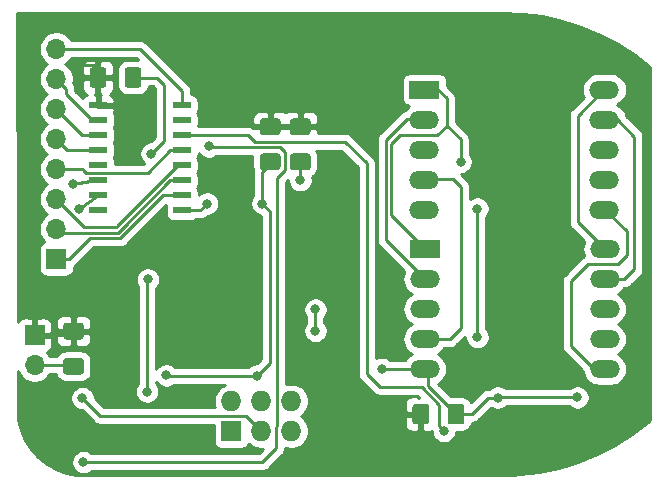
<source format=gbr>
G04 #@! TF.GenerationSoftware,KiCad,Pcbnew,5.1.6-1.fc32*
G04 #@! TF.CreationDate,2020-06-02T17:43:18-04:00*
G04 #@! TF.ProjectId,binarydispattiny,62696e61-7279-4646-9973-70617474696e,0.3*
G04 #@! TF.SameCoordinates,Original*
G04 #@! TF.FileFunction,Copper,L2,Bot*
G04 #@! TF.FilePolarity,Positive*
%FSLAX46Y46*%
G04 Gerber Fmt 4.6, Leading zero omitted, Abs format (unit mm)*
G04 Created by KiCad (PCBNEW 5.1.6-1.fc32) date 2020-06-02 17:43:18*
%MOMM*%
%LPD*%
G01*
G04 APERTURE LIST*
G04 #@! TA.AperFunction,SMDPad,CuDef*
%ADD10R,1.500000X0.600000*%
G04 #@! TD*
G04 #@! TA.AperFunction,ComponentPad*
%ADD11R,2.524000X1.524000*%
G04 #@! TD*
G04 #@! TA.AperFunction,ComponentPad*
%ADD12O,2.524000X1.524000*%
G04 #@! TD*
G04 #@! TA.AperFunction,ComponentPad*
%ADD13R,1.727200X1.727200*%
G04 #@! TD*
G04 #@! TA.AperFunction,ComponentPad*
%ADD14O,1.727200X1.727200*%
G04 #@! TD*
G04 #@! TA.AperFunction,ComponentPad*
%ADD15R,1.700000X1.700000*%
G04 #@! TD*
G04 #@! TA.AperFunction,ComponentPad*
%ADD16O,1.700000X1.700000*%
G04 #@! TD*
G04 #@! TA.AperFunction,ViaPad*
%ADD17C,0.800000*%
G04 #@! TD*
G04 #@! TA.AperFunction,Conductor*
%ADD18C,0.250000*%
G04 #@! TD*
G04 #@! TA.AperFunction,Conductor*
%ADD19C,0.254000*%
G04 #@! TD*
G04 APERTURE END LIST*
D10*
X124898500Y-82804000D03*
X124898500Y-84074000D03*
X124898500Y-85344000D03*
X124898500Y-86614000D03*
X124898500Y-87884000D03*
X124898500Y-89154000D03*
X124898500Y-90424000D03*
X124898500Y-91694000D03*
X117798500Y-91694000D03*
X117798500Y-90424000D03*
X117798500Y-89154000D03*
X117798500Y-87884000D03*
X117798500Y-86614000D03*
X117798500Y-85344000D03*
X117798500Y-84074000D03*
X117798500Y-82804000D03*
G04 #@! TA.AperFunction,SMDPad,CuDef*
G36*
G01*
X134271860Y-86888620D02*
X135521860Y-86888620D01*
G75*
G02*
X135771860Y-87138620I0J-250000D01*
G01*
X135771860Y-88063620D01*
G75*
G02*
X135521860Y-88313620I-250000J0D01*
G01*
X134271860Y-88313620D01*
G75*
G02*
X134021860Y-88063620I0J250000D01*
G01*
X134021860Y-87138620D01*
G75*
G02*
X134271860Y-86888620I250000J0D01*
G01*
G37*
G04 #@! TD.AperFunction*
G04 #@! TA.AperFunction,SMDPad,CuDef*
G36*
G01*
X134271860Y-83913620D02*
X135521860Y-83913620D01*
G75*
G02*
X135771860Y-84163620I0J-250000D01*
G01*
X135771860Y-85088620D01*
G75*
G02*
X135521860Y-85338620I-250000J0D01*
G01*
X134271860Y-85338620D01*
G75*
G02*
X134021860Y-85088620I0J250000D01*
G01*
X134021860Y-84163620D01*
G75*
G02*
X134271860Y-83913620I250000J0D01*
G01*
G37*
G04 #@! TD.AperFunction*
D11*
X145440400Y-94990920D03*
D12*
X145440400Y-97530920D03*
X145440400Y-100070920D03*
X145440400Y-102610920D03*
X145440400Y-105150920D03*
X160680400Y-105150920D03*
X160680400Y-102610920D03*
X160680400Y-100070920D03*
X160680400Y-97530920D03*
X160680400Y-94990920D03*
G04 #@! TA.AperFunction,SMDPad,CuDef*
G36*
G01*
X115072000Y-104191100D02*
X116322000Y-104191100D01*
G75*
G02*
X116572000Y-104441100I0J-250000D01*
G01*
X116572000Y-105366100D01*
G75*
G02*
X116322000Y-105616100I-250000J0D01*
G01*
X115072000Y-105616100D01*
G75*
G02*
X114822000Y-105366100I0J250000D01*
G01*
X114822000Y-104441100D01*
G75*
G02*
X115072000Y-104191100I250000J0D01*
G01*
G37*
G04 #@! TD.AperFunction*
G04 #@! TA.AperFunction,SMDPad,CuDef*
G36*
G01*
X115072000Y-101216100D02*
X116322000Y-101216100D01*
G75*
G02*
X116572000Y-101466100I0J-250000D01*
G01*
X116572000Y-102391100D01*
G75*
G02*
X116322000Y-102641100I-250000J0D01*
G01*
X115072000Y-102641100D01*
G75*
G02*
X114822000Y-102391100I0J250000D01*
G01*
X114822000Y-101466100D01*
G75*
G02*
X115072000Y-101216100I250000J0D01*
G01*
G37*
G04 #@! TD.AperFunction*
D13*
X129057400Y-110401100D03*
D14*
X129057400Y-107861100D03*
X131597400Y-110401100D03*
X131597400Y-107861100D03*
X134137400Y-110401100D03*
X134137400Y-107861100D03*
D15*
X114236500Y-95821500D03*
D16*
X114236500Y-93281500D03*
X114236500Y-90741500D03*
X114236500Y-88201500D03*
X114236500Y-85661500D03*
X114236500Y-83121500D03*
X114236500Y-80581500D03*
X114236500Y-78041500D03*
D15*
X112407700Y-102260400D03*
D16*
X112407700Y-104800400D03*
G04 #@! TA.AperFunction,SMDPad,CuDef*
G36*
G01*
X120028000Y-81079500D02*
X120028000Y-79829500D01*
G75*
G02*
X120278000Y-79579500I250000J0D01*
G01*
X121203000Y-79579500D01*
G75*
G02*
X121453000Y-79829500I0J-250000D01*
G01*
X121453000Y-81079500D01*
G75*
G02*
X121203000Y-81329500I-250000J0D01*
G01*
X120278000Y-81329500D01*
G75*
G02*
X120028000Y-81079500I0J250000D01*
G01*
G37*
G04 #@! TD.AperFunction*
G04 #@! TA.AperFunction,SMDPad,CuDef*
G36*
G01*
X117053000Y-81079500D02*
X117053000Y-79829500D01*
G75*
G02*
X117303000Y-79579500I250000J0D01*
G01*
X118228000Y-79579500D01*
G75*
G02*
X118478000Y-79829500I0J-250000D01*
G01*
X118478000Y-81079500D01*
G75*
G02*
X118228000Y-81329500I-250000J0D01*
G01*
X117303000Y-81329500D01*
G75*
G02*
X117053000Y-81079500I0J250000D01*
G01*
G37*
G04 #@! TD.AperFunction*
G04 #@! TA.AperFunction,SMDPad,CuDef*
G36*
G01*
X144393560Y-109575760D02*
X144393560Y-108325760D01*
G75*
G02*
X144643560Y-108075760I250000J0D01*
G01*
X145568560Y-108075760D01*
G75*
G02*
X145818560Y-108325760I0J-250000D01*
G01*
X145818560Y-109575760D01*
G75*
G02*
X145568560Y-109825760I-250000J0D01*
G01*
X144643560Y-109825760D01*
G75*
G02*
X144393560Y-109575760I0J250000D01*
G01*
G37*
G04 #@! TD.AperFunction*
G04 #@! TA.AperFunction,SMDPad,CuDef*
G36*
G01*
X147368560Y-109575760D02*
X147368560Y-108325760D01*
G75*
G02*
X147618560Y-108075760I250000J0D01*
G01*
X148543560Y-108075760D01*
G75*
G02*
X148793560Y-108325760I0J-250000D01*
G01*
X148793560Y-109575760D01*
G75*
G02*
X148543560Y-109825760I-250000J0D01*
G01*
X147618560Y-109825760D01*
G75*
G02*
X147368560Y-109575760I0J250000D01*
G01*
G37*
G04 #@! TD.AperFunction*
G04 #@! TA.AperFunction,SMDPad,CuDef*
G36*
G01*
X131731860Y-86879400D02*
X132981860Y-86879400D01*
G75*
G02*
X133231860Y-87129400I0J-250000D01*
G01*
X133231860Y-88054400D01*
G75*
G02*
X132981860Y-88304400I-250000J0D01*
G01*
X131731860Y-88304400D01*
G75*
G02*
X131481860Y-88054400I0J250000D01*
G01*
X131481860Y-87129400D01*
G75*
G02*
X131731860Y-86879400I250000J0D01*
G01*
G37*
G04 #@! TD.AperFunction*
G04 #@! TA.AperFunction,SMDPad,CuDef*
G36*
G01*
X131731860Y-83904400D02*
X132981860Y-83904400D01*
G75*
G02*
X133231860Y-84154400I0J-250000D01*
G01*
X133231860Y-85079400D01*
G75*
G02*
X132981860Y-85329400I-250000J0D01*
G01*
X131731860Y-85329400D01*
G75*
G02*
X131481860Y-85079400I0J250000D01*
G01*
X131481860Y-84154400D01*
G75*
G02*
X131731860Y-83904400I250000J0D01*
G01*
G37*
G04 #@! TD.AperFunction*
D12*
X160644840Y-81472580D03*
X160644840Y-84012580D03*
X160644840Y-86552580D03*
X160644840Y-89092580D03*
X160644840Y-91632580D03*
X145404840Y-91632580D03*
X145404840Y-89092580D03*
X145404840Y-86552580D03*
X145404840Y-84012580D03*
D11*
X145404840Y-81472580D03*
D17*
X116078000Y-79375000D03*
X136598660Y-84528660D03*
X122288300Y-86906100D03*
X127012700Y-91122500D03*
X123558600Y-105666900D03*
X141808200Y-105140760D03*
X149895935Y-91547055D03*
X149890480Y-102438200D03*
X131685190Y-91127580D03*
X131241800Y-105702100D03*
X122745500Y-76911200D03*
X116293900Y-99707700D03*
X141213840Y-107558840D03*
X151632920Y-107558840D03*
X158358840Y-107533440D03*
X147066000Y-110383320D03*
X134899400Y-89154000D03*
X127166790Y-86288030D03*
X116535200Y-113017300D03*
X115681760Y-89474040D03*
X136182100Y-101904800D03*
X136182100Y-100088700D03*
X148468087Y-87589353D03*
X116446300Y-107594402D03*
X116184680Y-91561920D03*
X121986040Y-97546160D03*
X121932700Y-107048300D03*
D18*
X115336500Y-95821500D02*
X114236500Y-95821500D01*
X117081480Y-94076520D02*
X115336500Y-95821500D01*
X119654320Y-94076520D02*
X117081480Y-94076520D01*
X123306840Y-90424000D02*
X119654320Y-94076520D01*
X124898500Y-90424000D02*
X123306840Y-90424000D01*
X117765500Y-82771000D02*
X117798500Y-82804000D01*
X117765500Y-80454500D02*
X117765500Y-82771000D01*
X117561000Y-79375000D02*
X117765500Y-79579500D01*
X116078000Y-79375000D02*
X117561000Y-79375000D01*
X117765500Y-79579500D02*
X117765500Y-80454500D01*
X145080660Y-108925360D02*
X145106060Y-108950760D01*
X134994320Y-84528660D02*
X134896860Y-84626120D01*
X136598660Y-84528660D02*
X134994320Y-84528660D01*
X115365200Y-102260400D02*
X115697000Y-101928600D01*
X112407700Y-102260400D02*
X115365200Y-102260400D01*
X145440400Y-105410000D02*
X145440400Y-105150920D01*
X148119160Y-108912660D02*
X148081060Y-108950760D01*
X115593800Y-104800400D02*
X115697000Y-104903600D01*
X112407700Y-104800400D02*
X115593800Y-104800400D01*
X141808200Y-105140760D02*
X145440400Y-105150920D01*
X149895935Y-91547055D02*
X149890480Y-102438200D01*
X132361940Y-87759540D02*
X131685190Y-88436290D01*
X131685190Y-88436290D02*
X131685190Y-91127580D01*
X123616660Y-105724960D02*
X123558600Y-105666900D01*
X131241800Y-105702100D02*
X123616660Y-105724960D01*
X132346700Y-91789090D02*
X131685190Y-91127580D01*
X132346700Y-104597200D02*
X132346700Y-91789090D01*
X131241800Y-105702100D02*
X132346700Y-104597200D01*
X126441200Y-91694000D02*
X127012700Y-91122500D01*
X124898500Y-91694000D02*
X126441200Y-91694000D01*
X123367800Y-81076800D02*
X122745500Y-80454500D01*
X122745500Y-80454500D02*
X120740500Y-80454500D01*
X123367800Y-85826600D02*
X123367800Y-81076800D01*
X122288300Y-86906100D02*
X123367800Y-85826600D01*
X151658320Y-107533440D02*
X151632920Y-107558840D01*
X158358840Y-107533440D02*
X151658320Y-107533440D01*
X145684240Y-106553940D02*
X148081060Y-108950760D01*
X145684240Y-105394760D02*
X145684240Y-106553940D01*
X145440400Y-105150920D02*
X145684240Y-105394760D01*
X150804880Y-107558840D02*
X151632920Y-107558840D01*
X149412960Y-108950760D02*
X150804880Y-107558840D01*
X148081060Y-108950760D02*
X149412960Y-108950760D01*
X114533680Y-93578680D02*
X114236500Y-93281500D01*
X119488091Y-93578680D02*
X114533680Y-93578680D01*
X119799531Y-93267240D02*
X119488091Y-93578680D01*
X119799531Y-93252969D02*
X119799531Y-93267240D01*
X123898500Y-89154000D02*
X119799531Y-93252969D01*
X124898500Y-89154000D02*
X123898500Y-89154000D01*
X116596160Y-93101160D02*
X114236500Y-90741500D01*
X119329200Y-93101160D02*
X116596160Y-93101160D01*
X119349520Y-93080840D02*
X119329200Y-93101160D01*
X124520960Y-87884000D02*
X119349520Y-93055440D01*
X119349520Y-93055440D02*
X119349520Y-93080840D01*
X124898500Y-87884000D02*
X124520960Y-87884000D01*
X116471700Y-88201500D02*
X114236500Y-88201500D01*
X116788499Y-88509001D02*
X116535200Y-88255702D01*
X116535200Y-88255702D02*
X116535200Y-88265000D01*
X118818500Y-88519000D02*
X118808501Y-88509001D01*
X118808501Y-88509001D02*
X116788499Y-88509001D01*
X121993500Y-88519000D02*
X118818500Y-88519000D01*
X116535200Y-88265000D02*
X116471700Y-88201500D01*
X123898500Y-86614000D02*
X121993500Y-88519000D01*
X124898500Y-86614000D02*
X123898500Y-86614000D01*
X115189000Y-86614000D02*
X114236500Y-85661500D01*
X117798500Y-86614000D02*
X115189000Y-86614000D01*
X116459000Y-85344000D02*
X114236500Y-83121500D01*
X117798500Y-85344000D02*
X116459000Y-85344000D01*
X115086499Y-81431499D02*
X114236500Y-80581500D01*
X115086499Y-81875999D02*
X115086499Y-81431499D01*
X117284500Y-84074000D02*
X115086499Y-81875999D01*
X117798500Y-84074000D02*
X117284500Y-84074000D01*
X115438581Y-78041500D02*
X114236500Y-78041500D01*
X124898500Y-82804000D02*
X124898500Y-81591500D01*
X124898500Y-81591500D02*
X121348500Y-78041500D01*
X121348500Y-78041500D02*
X115438581Y-78041500D01*
X125898500Y-85344000D02*
X124898500Y-85344000D01*
X130505200Y-85344000D02*
X125898500Y-85344000D01*
X138684000Y-85890100D02*
X131051300Y-85890100D01*
X141650720Y-106669840D02*
X140528040Y-105547160D01*
X145163730Y-106669840D02*
X141650720Y-106669840D01*
X140528040Y-87734140D02*
X138684000Y-85890100D01*
X146666001Y-108172111D02*
X145163730Y-106669840D01*
X146666001Y-109983321D02*
X146666001Y-108172111D01*
X147066000Y-110383320D02*
X146666001Y-109983321D01*
X140528040Y-105547160D02*
X140528040Y-87734140D01*
X131051300Y-85890100D02*
X130505200Y-85344000D01*
X134896860Y-89151460D02*
X134896860Y-87601120D01*
X134899400Y-89154000D02*
X134896860Y-89151460D01*
X127251460Y-86372700D02*
X127166790Y-86288030D01*
X133154420Y-86372700D02*
X127251460Y-86372700D01*
X133565900Y-86784180D02*
X133154420Y-86372700D01*
X132892800Y-88988450D02*
X133565900Y-88315350D01*
X132892800Y-109004100D02*
X132892800Y-88988450D01*
X132854700Y-111010700D02*
X132892800Y-109004100D01*
X132854700Y-111861600D02*
X132854700Y-111010700D01*
X133565900Y-88315350D02*
X133565900Y-86784180D01*
X131699000Y-113017300D02*
X132854700Y-111861600D01*
X116535200Y-113017300D02*
X131699000Y-113017300D01*
X117798500Y-89154000D02*
X115681760Y-89474040D01*
X115681760Y-89474040D02*
X117033040Y-89189560D01*
X136182100Y-101904800D02*
X136182100Y-100088700D01*
X147843240Y-89042240D02*
X145404840Y-89042240D01*
X148503640Y-101660960D02*
X148503640Y-89702640D01*
X148503640Y-89702640D02*
X147843240Y-89042240D01*
X147553680Y-102610920D02*
X148503640Y-101660960D01*
X145440400Y-102610920D02*
X147553680Y-102610920D01*
X142656560Y-92207080D02*
X145440400Y-94990920D01*
X142656560Y-92201816D02*
X142656560Y-92207080D01*
X142580360Y-92125616D02*
X142656560Y-92201816D01*
X142580360Y-86095840D02*
X142580360Y-92125616D01*
X143367760Y-85308440D02*
X142580360Y-86095840D01*
X146502120Y-85308440D02*
X143367760Y-85308440D01*
X147279360Y-84531200D02*
X146502120Y-85308440D01*
X147299680Y-84531200D02*
X147279360Y-84531200D01*
X147299680Y-82219800D02*
X147299680Y-84531200D01*
X146502120Y-81422240D02*
X147299680Y-82219800D01*
X145404840Y-81422240D02*
X146502120Y-81422240D01*
X148468087Y-85699607D02*
X147299680Y-84531200D01*
X148468087Y-87589353D02*
X148468087Y-85699607D01*
X143892840Y-83962240D02*
X142130349Y-85724731D01*
X145404840Y-83962240D02*
X143892840Y-83962240D01*
X142130349Y-94220869D02*
X145440400Y-97530920D01*
X142130349Y-85724731D02*
X142130349Y-94220869D01*
X158394400Y-83672680D02*
X160644840Y-81422240D01*
X158394400Y-92704920D02*
X158394400Y-83672680D01*
X160680400Y-94990920D02*
X158394400Y-92704920D01*
X162346640Y-97530920D02*
X160680400Y-97530920D01*
X163195000Y-96682560D02*
X162346640Y-97530920D01*
X163195000Y-85455760D02*
X163195000Y-96682560D01*
X161701480Y-83962240D02*
X163195000Y-85455760D01*
X160644840Y-83962240D02*
X161701480Y-83962240D01*
X159773620Y-105150920D02*
X160680400Y-105150920D01*
X157805120Y-103182420D02*
X159773620Y-105150920D01*
X157805120Y-97703640D02*
X157805120Y-103182420D01*
X159252920Y-96255840D02*
X157805120Y-97703640D01*
X161777680Y-96255840D02*
X159252920Y-96255840D01*
X162539680Y-95493840D02*
X161777680Y-96255840D01*
X162539680Y-93477080D02*
X162539680Y-95493840D01*
X160644840Y-91582240D02*
X162539680Y-93477080D01*
X117970298Y-109118400D02*
X116446300Y-107594402D01*
X130314700Y-109118400D02*
X117970298Y-109118400D01*
X131597400Y-110401100D02*
X130314700Y-109118400D01*
X116184680Y-91561920D02*
X117798500Y-90424000D01*
X121907300Y-97624900D02*
X121986040Y-97546160D01*
X121907300Y-107022900D02*
X121907300Y-97624900D01*
X121932700Y-107048300D02*
X121907300Y-107022900D01*
D19*
G36*
X151978873Y-74965260D02*
G01*
X153697288Y-75051253D01*
X155389383Y-75284990D01*
X157054668Y-75665315D01*
X158680467Y-76189330D01*
X160254410Y-76853051D01*
X161764520Y-77651426D01*
X163199286Y-78578367D01*
X164479875Y-79574017D01*
X164524142Y-109473595D01*
X164356824Y-109624966D01*
X162995048Y-110656184D01*
X161548580Y-111564791D01*
X160028429Y-112343870D01*
X158446175Y-112987489D01*
X156813839Y-113490759D01*
X155143844Y-113849849D01*
X153439023Y-114063260D01*
X152936630Y-114097193D01*
X115939869Y-114085247D01*
X115063431Y-113914274D01*
X114215695Y-113601721D01*
X113428835Y-113157652D01*
X112723089Y-112593486D01*
X112116630Y-111923752D01*
X111625044Y-111165663D01*
X111260989Y-110338734D01*
X111033827Y-109464238D01*
X110998968Y-109092809D01*
X110993280Y-105266179D01*
X111091710Y-105503811D01*
X111254225Y-105747032D01*
X111461068Y-105953875D01*
X111704289Y-106116390D01*
X111974542Y-106228332D01*
X112261440Y-106285400D01*
X112553960Y-106285400D01*
X112840858Y-106228332D01*
X113111111Y-106116390D01*
X113354332Y-105953875D01*
X113561175Y-105747032D01*
X113685878Y-105560400D01*
X114207376Y-105560400D01*
X114251528Y-105705950D01*
X114333595Y-105859486D01*
X114444038Y-105994062D01*
X114578614Y-106104505D01*
X114732150Y-106186572D01*
X114898746Y-106237108D01*
X115072000Y-106254172D01*
X116322000Y-106254172D01*
X116495254Y-106237108D01*
X116661850Y-106186572D01*
X116815386Y-106104505D01*
X116949962Y-105994062D01*
X117060405Y-105859486D01*
X117142472Y-105705950D01*
X117193008Y-105539354D01*
X117210072Y-105366100D01*
X117210072Y-104441100D01*
X117193008Y-104267846D01*
X117142472Y-104101250D01*
X117060405Y-103947714D01*
X116949962Y-103813138D01*
X116815386Y-103702695D01*
X116661850Y-103620628D01*
X116495254Y-103570092D01*
X116322000Y-103553028D01*
X115072000Y-103553028D01*
X114898746Y-103570092D01*
X114732150Y-103620628D01*
X114578614Y-103702695D01*
X114444038Y-103813138D01*
X114333595Y-103947714D01*
X114284053Y-104040400D01*
X113685878Y-104040400D01*
X113561175Y-103853768D01*
X113429320Y-103721913D01*
X113501880Y-103699902D01*
X113612194Y-103640937D01*
X113708885Y-103561585D01*
X113788237Y-103464894D01*
X113847202Y-103354580D01*
X113883512Y-103234882D01*
X113895772Y-103110400D01*
X113893217Y-102641100D01*
X114183928Y-102641100D01*
X114196188Y-102765582D01*
X114232498Y-102885280D01*
X114291463Y-102995594D01*
X114370815Y-103092285D01*
X114467506Y-103171637D01*
X114577820Y-103230602D01*
X114697518Y-103266912D01*
X114822000Y-103279172D01*
X115411250Y-103276100D01*
X115570000Y-103117350D01*
X115570000Y-102055600D01*
X115824000Y-102055600D01*
X115824000Y-103117350D01*
X115982750Y-103276100D01*
X116572000Y-103279172D01*
X116696482Y-103266912D01*
X116816180Y-103230602D01*
X116926494Y-103171637D01*
X117023185Y-103092285D01*
X117102537Y-102995594D01*
X117161502Y-102885280D01*
X117197812Y-102765582D01*
X117210072Y-102641100D01*
X117207000Y-102214350D01*
X117048250Y-102055600D01*
X115824000Y-102055600D01*
X115570000Y-102055600D01*
X114345750Y-102055600D01*
X114187000Y-102214350D01*
X114183928Y-102641100D01*
X113893217Y-102641100D01*
X113892700Y-102546150D01*
X113733950Y-102387400D01*
X112534700Y-102387400D01*
X112534700Y-102407400D01*
X112280700Y-102407400D01*
X112280700Y-102387400D01*
X112260700Y-102387400D01*
X112260700Y-102133400D01*
X112280700Y-102133400D01*
X112280700Y-100934150D01*
X112534700Y-100934150D01*
X112534700Y-102133400D01*
X113733950Y-102133400D01*
X113892700Y-101974650D01*
X113895772Y-101410400D01*
X113883512Y-101285918D01*
X113862333Y-101216100D01*
X114183928Y-101216100D01*
X114187000Y-101642850D01*
X114345750Y-101801600D01*
X115570000Y-101801600D01*
X115570000Y-100739850D01*
X115824000Y-100739850D01*
X115824000Y-101801600D01*
X117048250Y-101801600D01*
X117207000Y-101642850D01*
X117210072Y-101216100D01*
X117197812Y-101091618D01*
X117161502Y-100971920D01*
X117102537Y-100861606D01*
X117023185Y-100764915D01*
X116926494Y-100685563D01*
X116816180Y-100626598D01*
X116696482Y-100590288D01*
X116572000Y-100578028D01*
X115982750Y-100581100D01*
X115824000Y-100739850D01*
X115570000Y-100739850D01*
X115411250Y-100581100D01*
X114822000Y-100578028D01*
X114697518Y-100590288D01*
X114577820Y-100626598D01*
X114467506Y-100685563D01*
X114370815Y-100764915D01*
X114291463Y-100861606D01*
X114232498Y-100971920D01*
X114196188Y-101091618D01*
X114183928Y-101216100D01*
X113862333Y-101216100D01*
X113847202Y-101166220D01*
X113788237Y-101055906D01*
X113708885Y-100959215D01*
X113612194Y-100879863D01*
X113501880Y-100820898D01*
X113382182Y-100784588D01*
X113257700Y-100772328D01*
X112693450Y-100775400D01*
X112534700Y-100934150D01*
X112280700Y-100934150D01*
X112121950Y-100775400D01*
X111557700Y-100772328D01*
X111433218Y-100784588D01*
X111313520Y-100820898D01*
X111203206Y-100879863D01*
X111106515Y-100959215D01*
X111027163Y-101055906D01*
X110987133Y-101130795D01*
X110977978Y-94971500D01*
X112748428Y-94971500D01*
X112748428Y-96671500D01*
X112760688Y-96795982D01*
X112796998Y-96915680D01*
X112855963Y-97025994D01*
X112935315Y-97122685D01*
X113032006Y-97202037D01*
X113142320Y-97261002D01*
X113262018Y-97297312D01*
X113386500Y-97309572D01*
X115086500Y-97309572D01*
X115210982Y-97297312D01*
X115330680Y-97261002D01*
X115440994Y-97202037D01*
X115537685Y-97122685D01*
X115617037Y-97025994D01*
X115676002Y-96915680D01*
X115712312Y-96795982D01*
X115724572Y-96671500D01*
X115724572Y-96475826D01*
X115760776Y-96456474D01*
X115876501Y-96361501D01*
X115900303Y-96332498D01*
X117396283Y-94836520D01*
X119616998Y-94836520D01*
X119654320Y-94840196D01*
X119691642Y-94836520D01*
X119691653Y-94836520D01*
X119803306Y-94825523D01*
X119946567Y-94782066D01*
X120078596Y-94711494D01*
X120194321Y-94616521D01*
X120218124Y-94587517D01*
X123521220Y-91284422D01*
X123510428Y-91394000D01*
X123510428Y-91994000D01*
X123522688Y-92118482D01*
X123558998Y-92238180D01*
X123617963Y-92348494D01*
X123697315Y-92445185D01*
X123794006Y-92524537D01*
X123904320Y-92583502D01*
X124024018Y-92619812D01*
X124148500Y-92632072D01*
X125648500Y-92632072D01*
X125772982Y-92619812D01*
X125892680Y-92583502D01*
X126002994Y-92524537D01*
X126088944Y-92454000D01*
X126403878Y-92454000D01*
X126441200Y-92457676D01*
X126478522Y-92454000D01*
X126478533Y-92454000D01*
X126590186Y-92443003D01*
X126733447Y-92399546D01*
X126865476Y-92328974D01*
X126981201Y-92234001D01*
X127005003Y-92204998D01*
X127052501Y-92157500D01*
X127114639Y-92157500D01*
X127314598Y-92117726D01*
X127502956Y-92039705D01*
X127672474Y-91926437D01*
X127816637Y-91782274D01*
X127929905Y-91612756D01*
X128007926Y-91424398D01*
X128047700Y-91224439D01*
X128047700Y-91020561D01*
X128007926Y-90820602D01*
X127929905Y-90632244D01*
X127816637Y-90462726D01*
X127672474Y-90318563D01*
X127502956Y-90205295D01*
X127314598Y-90127274D01*
X127114639Y-90087500D01*
X126910761Y-90087500D01*
X126710802Y-90127274D01*
X126522444Y-90205295D01*
X126352926Y-90318563D01*
X126286572Y-90384917D01*
X126286572Y-90124000D01*
X126274312Y-89999518D01*
X126238002Y-89879820D01*
X126189457Y-89789000D01*
X126238002Y-89698180D01*
X126274312Y-89578482D01*
X126286572Y-89454000D01*
X126286572Y-88854000D01*
X126274312Y-88729518D01*
X126238002Y-88609820D01*
X126189457Y-88519000D01*
X126238002Y-88428180D01*
X126274312Y-88308482D01*
X126286572Y-88184000D01*
X126286572Y-87584000D01*
X126274312Y-87459518D01*
X126238002Y-87339820D01*
X126189457Y-87249000D01*
X126238002Y-87158180D01*
X126274312Y-87038482D01*
X126286572Y-86914000D01*
X126286572Y-86833641D01*
X126362853Y-86947804D01*
X126507016Y-87091967D01*
X126676534Y-87205235D01*
X126864892Y-87283256D01*
X127064851Y-87323030D01*
X127268729Y-87323030D01*
X127468688Y-87283256D01*
X127657046Y-87205235D01*
X127765603Y-87132700D01*
X130843788Y-87132700D01*
X130843788Y-88054400D01*
X130860852Y-88227654D01*
X130911388Y-88394250D01*
X130923435Y-88416788D01*
X130921514Y-88436290D01*
X130925190Y-88473613D01*
X130925191Y-90423868D01*
X130881253Y-90467806D01*
X130767985Y-90637324D01*
X130689964Y-90825682D01*
X130650190Y-91025641D01*
X130650190Y-91229519D01*
X130689964Y-91429478D01*
X130767985Y-91617836D01*
X130881253Y-91787354D01*
X131025416Y-91931517D01*
X131194934Y-92044785D01*
X131383292Y-92122806D01*
X131583251Y-92162580D01*
X131586701Y-92162580D01*
X131586700Y-104282398D01*
X131201999Y-104667100D01*
X131139861Y-104667100D01*
X130939902Y-104706874D01*
X130751544Y-104784895D01*
X130582026Y-104898163D01*
X130535976Y-104944213D01*
X124318265Y-104962854D01*
X124218374Y-104862963D01*
X124048856Y-104749695D01*
X123860498Y-104671674D01*
X123660539Y-104631900D01*
X123456661Y-104631900D01*
X123256702Y-104671674D01*
X123068344Y-104749695D01*
X122898826Y-104862963D01*
X122754663Y-105007126D01*
X122667300Y-105137874D01*
X122667300Y-98328611D01*
X122789977Y-98205934D01*
X122903245Y-98036416D01*
X122981266Y-97848058D01*
X123021040Y-97648099D01*
X123021040Y-97444221D01*
X122981266Y-97244262D01*
X122903245Y-97055904D01*
X122789977Y-96886386D01*
X122645814Y-96742223D01*
X122476296Y-96628955D01*
X122287938Y-96550934D01*
X122087979Y-96511160D01*
X121884101Y-96511160D01*
X121684142Y-96550934D01*
X121495784Y-96628955D01*
X121326266Y-96742223D01*
X121182103Y-96886386D01*
X121068835Y-97055904D01*
X120990814Y-97244262D01*
X120951040Y-97444221D01*
X120951040Y-97648099D01*
X120990814Y-97848058D01*
X121068835Y-98036416D01*
X121147301Y-98153849D01*
X121147300Y-106369989D01*
X121128763Y-106388526D01*
X121015495Y-106558044D01*
X120937474Y-106746402D01*
X120897700Y-106946361D01*
X120897700Y-107150239D01*
X120937474Y-107350198D01*
X121015495Y-107538556D01*
X121128763Y-107708074D01*
X121272926Y-107852237D01*
X121442444Y-107965505D01*
X121630802Y-108043526D01*
X121830761Y-108083300D01*
X122034639Y-108083300D01*
X122234598Y-108043526D01*
X122422956Y-107965505D01*
X122592474Y-107852237D01*
X122736637Y-107708074D01*
X122849905Y-107538556D01*
X122927926Y-107350198D01*
X122967700Y-107150239D01*
X122967700Y-106946361D01*
X122927926Y-106746402D01*
X122849905Y-106558044D01*
X122736637Y-106388526D01*
X122667300Y-106319189D01*
X122667300Y-106195926D01*
X122754663Y-106326674D01*
X122898826Y-106470837D01*
X123068344Y-106584105D01*
X123256702Y-106662126D01*
X123456661Y-106701900D01*
X123660539Y-106701900D01*
X123860498Y-106662126D01*
X124048856Y-106584105D01*
X124199850Y-106483215D01*
X128498996Y-106470326D01*
X128347547Y-106533058D01*
X128102098Y-106697061D01*
X127893361Y-106905798D01*
X127729358Y-107151247D01*
X127616390Y-107423975D01*
X127558800Y-107713501D01*
X127558800Y-108008699D01*
X127616390Y-108298225D01*
X127641315Y-108358400D01*
X118285100Y-108358400D01*
X117481300Y-107554601D01*
X117481300Y-107492463D01*
X117441526Y-107292504D01*
X117363505Y-107104146D01*
X117250237Y-106934628D01*
X117106074Y-106790465D01*
X116936556Y-106677197D01*
X116748198Y-106599176D01*
X116548239Y-106559402D01*
X116344361Y-106559402D01*
X116144402Y-106599176D01*
X115956044Y-106677197D01*
X115786526Y-106790465D01*
X115642363Y-106934628D01*
X115529095Y-107104146D01*
X115451074Y-107292504D01*
X115411300Y-107492463D01*
X115411300Y-107696341D01*
X115451074Y-107896300D01*
X115529095Y-108084658D01*
X115642363Y-108254176D01*
X115786526Y-108398339D01*
X115956044Y-108511607D01*
X116144402Y-108589628D01*
X116344361Y-108629402D01*
X116406499Y-108629402D01*
X117406498Y-109629402D01*
X117430297Y-109658401D01*
X117546022Y-109753374D01*
X117678051Y-109823946D01*
X117821312Y-109867403D01*
X117932965Y-109878400D01*
X117932973Y-109878400D01*
X117970298Y-109882076D01*
X118007623Y-109878400D01*
X127555728Y-109878400D01*
X127555728Y-111264700D01*
X127567988Y-111389182D01*
X127604298Y-111508880D01*
X127663263Y-111619194D01*
X127742615Y-111715885D01*
X127839306Y-111795237D01*
X127949620Y-111854202D01*
X128069318Y-111890512D01*
X128193800Y-111902772D01*
X129921000Y-111902772D01*
X130045482Y-111890512D01*
X130165180Y-111854202D01*
X130275494Y-111795237D01*
X130372185Y-111715885D01*
X130451537Y-111619194D01*
X130510502Y-111508880D01*
X130528036Y-111451077D01*
X130642098Y-111565139D01*
X130887547Y-111729142D01*
X131160275Y-111842110D01*
X131449801Y-111899700D01*
X131741798Y-111899700D01*
X131384199Y-112257300D01*
X117238911Y-112257300D01*
X117194974Y-112213363D01*
X117025456Y-112100095D01*
X116837098Y-112022074D01*
X116637139Y-111982300D01*
X116433261Y-111982300D01*
X116233302Y-112022074D01*
X116044944Y-112100095D01*
X115875426Y-112213363D01*
X115731263Y-112357526D01*
X115617995Y-112527044D01*
X115539974Y-112715402D01*
X115500200Y-112915361D01*
X115500200Y-113119239D01*
X115539974Y-113319198D01*
X115617995Y-113507556D01*
X115731263Y-113677074D01*
X115875426Y-113821237D01*
X116044944Y-113934505D01*
X116233302Y-114012526D01*
X116433261Y-114052300D01*
X116637139Y-114052300D01*
X116837098Y-114012526D01*
X117025456Y-113934505D01*
X117194974Y-113821237D01*
X117238911Y-113777300D01*
X131661678Y-113777300D01*
X131699000Y-113780976D01*
X131736322Y-113777300D01*
X131736333Y-113777300D01*
X131847986Y-113766303D01*
X131991247Y-113722846D01*
X132123276Y-113652274D01*
X132239001Y-113557301D01*
X132262804Y-113528297D01*
X133365704Y-112425398D01*
X133394701Y-112401601D01*
X133489674Y-112285876D01*
X133560246Y-112153847D01*
X133603703Y-112010586D01*
X133614700Y-111898933D01*
X133614700Y-111898932D01*
X133618377Y-111861600D01*
X133614700Y-111824267D01*
X133614700Y-111806664D01*
X133700275Y-111842110D01*
X133989801Y-111899700D01*
X134284999Y-111899700D01*
X134574525Y-111842110D01*
X134847253Y-111729142D01*
X135092702Y-111565139D01*
X135301439Y-111356402D01*
X135465442Y-111110953D01*
X135578410Y-110838225D01*
X135636000Y-110548699D01*
X135636000Y-110253501D01*
X135578410Y-109963975D01*
X135521160Y-109825760D01*
X143755488Y-109825760D01*
X143767748Y-109950242D01*
X143804058Y-110069940D01*
X143863023Y-110180254D01*
X143942375Y-110276945D01*
X144039066Y-110356297D01*
X144149380Y-110415262D01*
X144269078Y-110451572D01*
X144393560Y-110463832D01*
X144820310Y-110460760D01*
X144979060Y-110302010D01*
X144979060Y-109077760D01*
X143917310Y-109077760D01*
X143758560Y-109236510D01*
X143755488Y-109825760D01*
X135521160Y-109825760D01*
X135465442Y-109691247D01*
X135301439Y-109445798D01*
X135092702Y-109237061D01*
X134934119Y-109131100D01*
X135092702Y-109025139D01*
X135301439Y-108816402D01*
X135465442Y-108570953D01*
X135578410Y-108298225D01*
X135636000Y-108008699D01*
X135636000Y-107713501D01*
X135578410Y-107423975D01*
X135465442Y-107151247D01*
X135301439Y-106905798D01*
X135092702Y-106697061D01*
X134847253Y-106533058D01*
X134574525Y-106420090D01*
X134284999Y-106362500D01*
X133989801Y-106362500D01*
X133700275Y-106420090D01*
X133652800Y-106439755D01*
X133652800Y-99986761D01*
X135147100Y-99986761D01*
X135147100Y-100190639D01*
X135186874Y-100390598D01*
X135264895Y-100578956D01*
X135378163Y-100748474D01*
X135422101Y-100792412D01*
X135422100Y-101201089D01*
X135378163Y-101245026D01*
X135264895Y-101414544D01*
X135186874Y-101602902D01*
X135147100Y-101802861D01*
X135147100Y-102006739D01*
X135186874Y-102206698D01*
X135264895Y-102395056D01*
X135378163Y-102564574D01*
X135522326Y-102708737D01*
X135691844Y-102822005D01*
X135880202Y-102900026D01*
X136080161Y-102939800D01*
X136284039Y-102939800D01*
X136483998Y-102900026D01*
X136672356Y-102822005D01*
X136841874Y-102708737D01*
X136986037Y-102564574D01*
X137099305Y-102395056D01*
X137177326Y-102206698D01*
X137217100Y-102006739D01*
X137217100Y-101802861D01*
X137177326Y-101602902D01*
X137099305Y-101414544D01*
X136986037Y-101245026D01*
X136942100Y-101201089D01*
X136942100Y-100792411D01*
X136986037Y-100748474D01*
X137099305Y-100578956D01*
X137177326Y-100390598D01*
X137217100Y-100190639D01*
X137217100Y-99986761D01*
X137177326Y-99786802D01*
X137099305Y-99598444D01*
X136986037Y-99428926D01*
X136841874Y-99284763D01*
X136672356Y-99171495D01*
X136483998Y-99093474D01*
X136284039Y-99053700D01*
X136080161Y-99053700D01*
X135880202Y-99093474D01*
X135691844Y-99171495D01*
X135522326Y-99284763D01*
X135378163Y-99428926D01*
X135264895Y-99598444D01*
X135186874Y-99786802D01*
X135147100Y-99986761D01*
X133652800Y-99986761D01*
X133652800Y-89303251D01*
X133864400Y-89091652D01*
X133864400Y-89255939D01*
X133904174Y-89455898D01*
X133982195Y-89644256D01*
X134095463Y-89813774D01*
X134239626Y-89957937D01*
X134409144Y-90071205D01*
X134597502Y-90149226D01*
X134797461Y-90189000D01*
X135001339Y-90189000D01*
X135201298Y-90149226D01*
X135389656Y-90071205D01*
X135559174Y-89957937D01*
X135703337Y-89813774D01*
X135816605Y-89644256D01*
X135894626Y-89455898D01*
X135934400Y-89255939D01*
X135934400Y-89052061D01*
X135897214Y-88865114D01*
X136015246Y-88802025D01*
X136149822Y-88691582D01*
X136260265Y-88557006D01*
X136342332Y-88403470D01*
X136392868Y-88236874D01*
X136409932Y-88063620D01*
X136409932Y-87138620D01*
X136392868Y-86965366D01*
X136342332Y-86798770D01*
X136262866Y-86650100D01*
X138369199Y-86650100D01*
X139768041Y-88048944D01*
X139768040Y-105509838D01*
X139764364Y-105547160D01*
X139768040Y-105584482D01*
X139768040Y-105584492D01*
X139779037Y-105696145D01*
X139816315Y-105819036D01*
X139822494Y-105839406D01*
X139893066Y-105971436D01*
X139926463Y-106012130D01*
X139988039Y-106087161D01*
X140017042Y-106110964D01*
X141086920Y-107180842D01*
X141110719Y-107209841D01*
X141226444Y-107304814D01*
X141358473Y-107375386D01*
X141501734Y-107418843D01*
X141613387Y-107429840D01*
X141613396Y-107429840D01*
X141650719Y-107433516D01*
X141688042Y-107429840D01*
X144848929Y-107429840D01*
X144979058Y-107559969D01*
X144979058Y-107599508D01*
X144820310Y-107440760D01*
X144393560Y-107437688D01*
X144269078Y-107449948D01*
X144149380Y-107486258D01*
X144039066Y-107545223D01*
X143942375Y-107624575D01*
X143863023Y-107721266D01*
X143804058Y-107831580D01*
X143767748Y-107951278D01*
X143755488Y-108075760D01*
X143758560Y-108665010D01*
X143917310Y-108823760D01*
X144979060Y-108823760D01*
X144979060Y-108803760D01*
X145233060Y-108803760D01*
X145233060Y-108823760D01*
X145253060Y-108823760D01*
X145253060Y-109077760D01*
X145233060Y-109077760D01*
X145233060Y-110302010D01*
X145391810Y-110460760D01*
X145818560Y-110463832D01*
X145943042Y-110451572D01*
X146031000Y-110424890D01*
X146031000Y-110485259D01*
X146070774Y-110685218D01*
X146148795Y-110873576D01*
X146262063Y-111043094D01*
X146406226Y-111187257D01*
X146575744Y-111300525D01*
X146764102Y-111378546D01*
X146964061Y-111418320D01*
X147167939Y-111418320D01*
X147367898Y-111378546D01*
X147556256Y-111300525D01*
X147725774Y-111187257D01*
X147869937Y-111043094D01*
X147983205Y-110873576D01*
X148061226Y-110685218D01*
X148101000Y-110485259D01*
X148101000Y-110463832D01*
X148543560Y-110463832D01*
X148716814Y-110446768D01*
X148883410Y-110396232D01*
X149036946Y-110314165D01*
X149171522Y-110203722D01*
X149281965Y-110069146D01*
X149364032Y-109915610D01*
X149414568Y-109749014D01*
X149418023Y-109713937D01*
X149450282Y-109710760D01*
X149450293Y-109710760D01*
X149561946Y-109699763D01*
X149705207Y-109656306D01*
X149837236Y-109585734D01*
X149952961Y-109490761D01*
X149976764Y-109461757D01*
X151034650Y-108403872D01*
X151142664Y-108476045D01*
X151331022Y-108554066D01*
X151530981Y-108593840D01*
X151734859Y-108593840D01*
X151934818Y-108554066D01*
X152123176Y-108476045D01*
X152292694Y-108362777D01*
X152362031Y-108293440D01*
X157655129Y-108293440D01*
X157699066Y-108337377D01*
X157868584Y-108450645D01*
X158056942Y-108528666D01*
X158256901Y-108568440D01*
X158460779Y-108568440D01*
X158660738Y-108528666D01*
X158849096Y-108450645D01*
X159018614Y-108337377D01*
X159162777Y-108193214D01*
X159276045Y-108023696D01*
X159354066Y-107835338D01*
X159393840Y-107635379D01*
X159393840Y-107431501D01*
X159354066Y-107231542D01*
X159276045Y-107043184D01*
X159162777Y-106873666D01*
X159018614Y-106729503D01*
X158849096Y-106616235D01*
X158660738Y-106538214D01*
X158460779Y-106498440D01*
X158256901Y-106498440D01*
X158056942Y-106538214D01*
X157868584Y-106616235D01*
X157699066Y-106729503D01*
X157655129Y-106773440D01*
X152311231Y-106773440D01*
X152292694Y-106754903D01*
X152123176Y-106641635D01*
X151934818Y-106563614D01*
X151734859Y-106523840D01*
X151530981Y-106523840D01*
X151331022Y-106563614D01*
X151142664Y-106641635D01*
X150973146Y-106754903D01*
X150929209Y-106798840D01*
X150842202Y-106798840D01*
X150804879Y-106795164D01*
X150767556Y-106798840D01*
X150767547Y-106798840D01*
X150655894Y-106809837D01*
X150536062Y-106846187D01*
X150512633Y-106853294D01*
X150380603Y-106923866D01*
X150324827Y-106969641D01*
X150264879Y-107018839D01*
X150241081Y-107047837D01*
X149342776Y-107946143D01*
X149281965Y-107832374D01*
X149171522Y-107697798D01*
X149036946Y-107587355D01*
X148883410Y-107505288D01*
X148716814Y-107454752D01*
X148543560Y-107437688D01*
X147642790Y-107437688D01*
X146591853Y-106386752D01*
X146720287Y-106318103D01*
X146933008Y-106143528D01*
X147107583Y-105930807D01*
X147237304Y-105688115D01*
X147317186Y-105424780D01*
X147344159Y-105150920D01*
X147317186Y-104877060D01*
X147237304Y-104613725D01*
X147107583Y-104371033D01*
X146933008Y-104158312D01*
X146720287Y-103983737D01*
X146527929Y-103880920D01*
X146720287Y-103778103D01*
X146933008Y-103603528D01*
X147107583Y-103390807D01*
X147118213Y-103370920D01*
X147516358Y-103370920D01*
X147553680Y-103374596D01*
X147591002Y-103370920D01*
X147591013Y-103370920D01*
X147702666Y-103359923D01*
X147845927Y-103316466D01*
X147977956Y-103245894D01*
X148093681Y-103150921D01*
X148117484Y-103121918D01*
X148855480Y-102383922D01*
X148855480Y-102540139D01*
X148895254Y-102740098D01*
X148973275Y-102928456D01*
X149086543Y-103097974D01*
X149230706Y-103242137D01*
X149400224Y-103355405D01*
X149588582Y-103433426D01*
X149788541Y-103473200D01*
X149992419Y-103473200D01*
X150192378Y-103433426D01*
X150380736Y-103355405D01*
X150550254Y-103242137D01*
X150694417Y-103097974D01*
X150807685Y-102928456D01*
X150885706Y-102740098D01*
X150925480Y-102540139D01*
X150925480Y-102336261D01*
X150885706Y-102136302D01*
X150807685Y-101947944D01*
X150694417Y-101778426D01*
X150650832Y-101734841D01*
X150652851Y-97703640D01*
X157041444Y-97703640D01*
X157045120Y-97740963D01*
X157045121Y-103145088D01*
X157041444Y-103182420D01*
X157045121Y-103219753D01*
X157052883Y-103298555D01*
X157056118Y-103331405D01*
X157099574Y-103474666D01*
X157170146Y-103606696D01*
X157218450Y-103665554D01*
X157265120Y-103722421D01*
X157294118Y-103746219D01*
X158785143Y-105237246D01*
X158803614Y-105424780D01*
X158883496Y-105688115D01*
X159013217Y-105930807D01*
X159187792Y-106143528D01*
X159400513Y-106318103D01*
X159643205Y-106447824D01*
X159906540Y-106527706D01*
X160111775Y-106547920D01*
X161249025Y-106547920D01*
X161454260Y-106527706D01*
X161717595Y-106447824D01*
X161960287Y-106318103D01*
X162173008Y-106143528D01*
X162347583Y-105930807D01*
X162477304Y-105688115D01*
X162557186Y-105424780D01*
X162584159Y-105150920D01*
X162557186Y-104877060D01*
X162477304Y-104613725D01*
X162347583Y-104371033D01*
X162173008Y-104158312D01*
X161960287Y-103983737D01*
X161767929Y-103880920D01*
X161960287Y-103778103D01*
X162173008Y-103603528D01*
X162347583Y-103390807D01*
X162477304Y-103148115D01*
X162557186Y-102884780D01*
X162584159Y-102610920D01*
X162557186Y-102337060D01*
X162477304Y-102073725D01*
X162347583Y-101831033D01*
X162173008Y-101618312D01*
X161960287Y-101443737D01*
X161767929Y-101340920D01*
X161960287Y-101238103D01*
X162173008Y-101063528D01*
X162347583Y-100850807D01*
X162477304Y-100608115D01*
X162557186Y-100344780D01*
X162584159Y-100070920D01*
X162557186Y-99797060D01*
X162477304Y-99533725D01*
X162347583Y-99291033D01*
X162173008Y-99078312D01*
X161960287Y-98903737D01*
X161767929Y-98800920D01*
X161960287Y-98698103D01*
X162173008Y-98523528D01*
X162347583Y-98310807D01*
X162356782Y-98293597D01*
X162383962Y-98290920D01*
X162383973Y-98290920D01*
X162495626Y-98279923D01*
X162638887Y-98236466D01*
X162770916Y-98165894D01*
X162886641Y-98070921D01*
X162910443Y-98041918D01*
X163706003Y-97246359D01*
X163735001Y-97222561D01*
X163829974Y-97106836D01*
X163900546Y-96974807D01*
X163944003Y-96831546D01*
X163955000Y-96719893D01*
X163955000Y-96719884D01*
X163958676Y-96682561D01*
X163955000Y-96645238D01*
X163955000Y-85493082D01*
X163958676Y-85455759D01*
X163955000Y-85418436D01*
X163955000Y-85418427D01*
X163944003Y-85306774D01*
X163900546Y-85163513D01*
X163829974Y-85031484D01*
X163735001Y-84915759D01*
X163706004Y-84891962D01*
X162508069Y-83694027D01*
X162441744Y-83475385D01*
X162312023Y-83232693D01*
X162137448Y-83019972D01*
X161924727Y-82845397D01*
X161732369Y-82742580D01*
X161924727Y-82639763D01*
X162137448Y-82465188D01*
X162312023Y-82252467D01*
X162441744Y-82009775D01*
X162521626Y-81746440D01*
X162548599Y-81472580D01*
X162521626Y-81198720D01*
X162441744Y-80935385D01*
X162312023Y-80692693D01*
X162137448Y-80479972D01*
X161924727Y-80305397D01*
X161682035Y-80175676D01*
X161418700Y-80095794D01*
X161213465Y-80075580D01*
X160076215Y-80075580D01*
X159870980Y-80095794D01*
X159607645Y-80175676D01*
X159364953Y-80305397D01*
X159152232Y-80479972D01*
X158977657Y-80692693D01*
X158847936Y-80935385D01*
X158768054Y-81198720D01*
X158741081Y-81472580D01*
X158768054Y-81746440D01*
X158847936Y-82009775D01*
X158894809Y-82097469D01*
X157883398Y-83108881D01*
X157854400Y-83132679D01*
X157830602Y-83161677D01*
X157830601Y-83161678D01*
X157759426Y-83248404D01*
X157688854Y-83380434D01*
X157645398Y-83523695D01*
X157630724Y-83672680D01*
X157634401Y-83710012D01*
X157634400Y-92667598D01*
X157630724Y-92704920D01*
X157634400Y-92742242D01*
X157634400Y-92742252D01*
X157645397Y-92853905D01*
X157679246Y-92965492D01*
X157688854Y-92997166D01*
X157759426Y-93129196D01*
X157780114Y-93154404D01*
X157854399Y-93244921D01*
X157883403Y-93268724D01*
X158947904Y-94333226D01*
X158883496Y-94453725D01*
X158803614Y-94717060D01*
X158776641Y-94990920D01*
X158803614Y-95264780D01*
X158883496Y-95528115D01*
X158909867Y-95577451D01*
X158828644Y-95620866D01*
X158828642Y-95620867D01*
X158828643Y-95620867D01*
X158741916Y-95692041D01*
X158741912Y-95692045D01*
X158712919Y-95715839D01*
X158689125Y-95744832D01*
X157294122Y-97139837D01*
X157265119Y-97163639D01*
X157209991Y-97230814D01*
X157170146Y-97279364D01*
X157141662Y-97332654D01*
X157099574Y-97411394D01*
X157056117Y-97554655D01*
X157045120Y-97666308D01*
X157045120Y-97666318D01*
X157041444Y-97703640D01*
X150652851Y-97703640D01*
X150655582Y-92251119D01*
X150699872Y-92206829D01*
X150813140Y-92037311D01*
X150891161Y-91848953D01*
X150930935Y-91648994D01*
X150930935Y-91445116D01*
X150891161Y-91245157D01*
X150813140Y-91056799D01*
X150699872Y-90887281D01*
X150555709Y-90743118D01*
X150386191Y-90629850D01*
X150197833Y-90551829D01*
X149997874Y-90512055D01*
X149793996Y-90512055D01*
X149594037Y-90551829D01*
X149405679Y-90629850D01*
X149263640Y-90724757D01*
X149263640Y-89739965D01*
X149267316Y-89702640D01*
X149263640Y-89665315D01*
X149263640Y-89665307D01*
X149252643Y-89553654D01*
X149209186Y-89410393D01*
X149138614Y-89278364D01*
X149043641Y-89162639D01*
X149014642Y-89138840D01*
X148500154Y-88624353D01*
X148570026Y-88624353D01*
X148769985Y-88584579D01*
X148958343Y-88506558D01*
X149127861Y-88393290D01*
X149272024Y-88249127D01*
X149385292Y-88079609D01*
X149463313Y-87891251D01*
X149503087Y-87691292D01*
X149503087Y-87487414D01*
X149463313Y-87287455D01*
X149385292Y-87099097D01*
X149272024Y-86929579D01*
X149228087Y-86885642D01*
X149228087Y-85736929D01*
X149231763Y-85699606D01*
X149228087Y-85662283D01*
X149228087Y-85662274D01*
X149217090Y-85550621D01*
X149173633Y-85407360D01*
X149143026Y-85350099D01*
X149103061Y-85275330D01*
X149031886Y-85188604D01*
X149008088Y-85159606D01*
X148979090Y-85135808D01*
X148059680Y-84216399D01*
X148059680Y-82257122D01*
X148063356Y-82219799D01*
X148059680Y-82182476D01*
X148059680Y-82182467D01*
X148048683Y-82070814D01*
X148005226Y-81927553D01*
X147934654Y-81795524D01*
X147839681Y-81679799D01*
X147810684Y-81656002D01*
X147304912Y-81150231D01*
X147304912Y-80710580D01*
X147292652Y-80586098D01*
X147256342Y-80466400D01*
X147197377Y-80356086D01*
X147118025Y-80259395D01*
X147021334Y-80180043D01*
X146911020Y-80121078D01*
X146791322Y-80084768D01*
X146666840Y-80072508D01*
X144142840Y-80072508D01*
X144018358Y-80084768D01*
X143898660Y-80121078D01*
X143788346Y-80180043D01*
X143691655Y-80259395D01*
X143612303Y-80356086D01*
X143553338Y-80466400D01*
X143517028Y-80586098D01*
X143504768Y-80710580D01*
X143504768Y-82234580D01*
X143517028Y-82359062D01*
X143553338Y-82478760D01*
X143612303Y-82589074D01*
X143691655Y-82685765D01*
X143788346Y-82765117D01*
X143898660Y-82824082D01*
X144018358Y-82860392D01*
X144097218Y-82868159D01*
X143912232Y-83019972D01*
X143754483Y-83212190D01*
X143743854Y-83213237D01*
X143600593Y-83256694D01*
X143468564Y-83327266D01*
X143352839Y-83422239D01*
X143329041Y-83451237D01*
X141619352Y-85160927D01*
X141590348Y-85184730D01*
X141554557Y-85228342D01*
X141495375Y-85300455D01*
X141472100Y-85344000D01*
X141424803Y-85432485D01*
X141381346Y-85575746D01*
X141370349Y-85687399D01*
X141370349Y-85687409D01*
X141366673Y-85724731D01*
X141370349Y-85762053D01*
X141370350Y-94183537D01*
X141366673Y-94220869D01*
X141370350Y-94258202D01*
X141381347Y-94369855D01*
X141394529Y-94413311D01*
X141424803Y-94513115D01*
X141495375Y-94645145D01*
X141539305Y-94698673D01*
X141590349Y-94760870D01*
X141619347Y-94784668D01*
X143707904Y-96873226D01*
X143643496Y-96993725D01*
X143563614Y-97257060D01*
X143536641Y-97530920D01*
X143563614Y-97804780D01*
X143643496Y-98068115D01*
X143773217Y-98310807D01*
X143947792Y-98523528D01*
X144160513Y-98698103D01*
X144352871Y-98800920D01*
X144160513Y-98903737D01*
X143947792Y-99078312D01*
X143773217Y-99291033D01*
X143643496Y-99533725D01*
X143563614Y-99797060D01*
X143536641Y-100070920D01*
X143563614Y-100344780D01*
X143643496Y-100608115D01*
X143773217Y-100850807D01*
X143947792Y-101063528D01*
X144160513Y-101238103D01*
X144352871Y-101340920D01*
X144160513Y-101443737D01*
X143947792Y-101618312D01*
X143773217Y-101831033D01*
X143643496Y-102073725D01*
X143563614Y-102337060D01*
X143536641Y-102610920D01*
X143563614Y-102884780D01*
X143643496Y-103148115D01*
X143773217Y-103390807D01*
X143947792Y-103603528D01*
X144160513Y-103778103D01*
X144352871Y-103880920D01*
X144160513Y-103983737D01*
X143947792Y-104158312D01*
X143773217Y-104371033D01*
X143765093Y-104386231D01*
X142513882Y-104382731D01*
X142467974Y-104336823D01*
X142298456Y-104223555D01*
X142110098Y-104145534D01*
X141910139Y-104105760D01*
X141706261Y-104105760D01*
X141506302Y-104145534D01*
X141317944Y-104223555D01*
X141288040Y-104243536D01*
X141288040Y-87771462D01*
X141291716Y-87734139D01*
X141288040Y-87696816D01*
X141288040Y-87696807D01*
X141277043Y-87585154D01*
X141233586Y-87441893D01*
X141163014Y-87309864D01*
X141144623Y-87287455D01*
X141091839Y-87223136D01*
X141091835Y-87223132D01*
X141068041Y-87194139D01*
X141039048Y-87170345D01*
X139247803Y-85379102D01*
X139224001Y-85350099D01*
X139108276Y-85255126D01*
X138976247Y-85184554D01*
X138832986Y-85141097D01*
X138721333Y-85130100D01*
X138721322Y-85130100D01*
X138684000Y-85126424D01*
X138646678Y-85130100D01*
X136408431Y-85130100D01*
X136406860Y-84911870D01*
X136248110Y-84753120D01*
X135023860Y-84753120D01*
X135023860Y-84773120D01*
X134769860Y-84773120D01*
X134769860Y-84753120D01*
X133717330Y-84753120D01*
X133708110Y-84743900D01*
X132483860Y-84743900D01*
X132483860Y-84763900D01*
X132229860Y-84763900D01*
X132229860Y-84743900D01*
X131005610Y-84743900D01*
X130990447Y-84759063D01*
X130929476Y-84709026D01*
X130797447Y-84638454D01*
X130654186Y-84594997D01*
X130542533Y-84584000D01*
X130542522Y-84584000D01*
X130505200Y-84580324D01*
X130467878Y-84584000D01*
X126248370Y-84584000D01*
X126274312Y-84498482D01*
X126286572Y-84374000D01*
X126286572Y-83904400D01*
X130843788Y-83904400D01*
X130846860Y-84331150D01*
X131005610Y-84489900D01*
X132229860Y-84489900D01*
X132229860Y-83428150D01*
X132483860Y-83428150D01*
X132483860Y-84489900D01*
X133536390Y-84489900D01*
X133545610Y-84499120D01*
X134769860Y-84499120D01*
X134769860Y-83437370D01*
X135023860Y-83437370D01*
X135023860Y-84499120D01*
X136248110Y-84499120D01*
X136406860Y-84340370D01*
X136409932Y-83913620D01*
X136397672Y-83789138D01*
X136361362Y-83669440D01*
X136302397Y-83559126D01*
X136223045Y-83462435D01*
X136126354Y-83383083D01*
X136016040Y-83324118D01*
X135896342Y-83287808D01*
X135771860Y-83275548D01*
X135182610Y-83278620D01*
X135023860Y-83437370D01*
X134769860Y-83437370D01*
X134611110Y-83278620D01*
X134021860Y-83275548D01*
X133897378Y-83287808D01*
X133777680Y-83324118D01*
X133667366Y-83383083D01*
X133632477Y-83411715D01*
X133586354Y-83373863D01*
X133476040Y-83314898D01*
X133356342Y-83278588D01*
X133231860Y-83266328D01*
X132642610Y-83269400D01*
X132483860Y-83428150D01*
X132229860Y-83428150D01*
X132071110Y-83269400D01*
X131481860Y-83266328D01*
X131357378Y-83278588D01*
X131237680Y-83314898D01*
X131127366Y-83373863D01*
X131030675Y-83453215D01*
X130951323Y-83549906D01*
X130892358Y-83660220D01*
X130856048Y-83779918D01*
X130843788Y-83904400D01*
X126286572Y-83904400D01*
X126286572Y-83774000D01*
X126274312Y-83649518D01*
X126238002Y-83529820D01*
X126189457Y-83439000D01*
X126238002Y-83348180D01*
X126274312Y-83228482D01*
X126286572Y-83104000D01*
X126286572Y-82504000D01*
X126274312Y-82379518D01*
X126238002Y-82259820D01*
X126179037Y-82149506D01*
X126099685Y-82052815D01*
X126002994Y-81973463D01*
X125892680Y-81914498D01*
X125772982Y-81878188D01*
X125658500Y-81866913D01*
X125658500Y-81628822D01*
X125662176Y-81591499D01*
X125658500Y-81554176D01*
X125658500Y-81554167D01*
X125647503Y-81442514D01*
X125604046Y-81299253D01*
X125595098Y-81282512D01*
X125533474Y-81167223D01*
X125462299Y-81080497D01*
X125438501Y-81051499D01*
X125409503Y-81027701D01*
X121912304Y-77530503D01*
X121888501Y-77501499D01*
X121772776Y-77406526D01*
X121640747Y-77335954D01*
X121497486Y-77292497D01*
X121385833Y-77281500D01*
X121385822Y-77281500D01*
X121348500Y-77277824D01*
X121311178Y-77281500D01*
X115514678Y-77281500D01*
X115389975Y-77094868D01*
X115183132Y-76888025D01*
X114939911Y-76725510D01*
X114669658Y-76613568D01*
X114382760Y-76556500D01*
X114090240Y-76556500D01*
X113803342Y-76613568D01*
X113533089Y-76725510D01*
X113289868Y-76888025D01*
X113083025Y-77094868D01*
X112920510Y-77338089D01*
X112808568Y-77608342D01*
X112751500Y-77895240D01*
X112751500Y-78187760D01*
X112808568Y-78474658D01*
X112920510Y-78744911D01*
X113083025Y-78988132D01*
X113289868Y-79194975D01*
X113464260Y-79311500D01*
X113289868Y-79428025D01*
X113083025Y-79634868D01*
X112920510Y-79878089D01*
X112808568Y-80148342D01*
X112751500Y-80435240D01*
X112751500Y-80727760D01*
X112808568Y-81014658D01*
X112920510Y-81284911D01*
X113083025Y-81528132D01*
X113289868Y-81734975D01*
X113464260Y-81851500D01*
X113289868Y-81968025D01*
X113083025Y-82174868D01*
X112920510Y-82418089D01*
X112808568Y-82688342D01*
X112751500Y-82975240D01*
X112751500Y-83267760D01*
X112808568Y-83554658D01*
X112920510Y-83824911D01*
X113083025Y-84068132D01*
X113289868Y-84274975D01*
X113464260Y-84391500D01*
X113289868Y-84508025D01*
X113083025Y-84714868D01*
X112920510Y-84958089D01*
X112808568Y-85228342D01*
X112751500Y-85515240D01*
X112751500Y-85807760D01*
X112808568Y-86094658D01*
X112920510Y-86364911D01*
X113083025Y-86608132D01*
X113289868Y-86814975D01*
X113464260Y-86931500D01*
X113289868Y-87048025D01*
X113083025Y-87254868D01*
X112920510Y-87498089D01*
X112808568Y-87768342D01*
X112751500Y-88055240D01*
X112751500Y-88347760D01*
X112808568Y-88634658D01*
X112920510Y-88904911D01*
X113083025Y-89148132D01*
X113289868Y-89354975D01*
X113464260Y-89471500D01*
X113289868Y-89588025D01*
X113083025Y-89794868D01*
X112920510Y-90038089D01*
X112808568Y-90308342D01*
X112751500Y-90595240D01*
X112751500Y-90887760D01*
X112808568Y-91174658D01*
X112920510Y-91444911D01*
X113083025Y-91688132D01*
X113289868Y-91894975D01*
X113464260Y-92011500D01*
X113289868Y-92128025D01*
X113083025Y-92334868D01*
X112920510Y-92578089D01*
X112808568Y-92848342D01*
X112751500Y-93135240D01*
X112751500Y-93427760D01*
X112808568Y-93714658D01*
X112920510Y-93984911D01*
X113083025Y-94228132D01*
X113214880Y-94359987D01*
X113142320Y-94381998D01*
X113032006Y-94440963D01*
X112935315Y-94520315D01*
X112855963Y-94617006D01*
X112796998Y-94727320D01*
X112760688Y-94847018D01*
X112748428Y-94971500D01*
X110977978Y-94971500D01*
X110948225Y-74955162D01*
X151978873Y-74965260D01*
G37*
X151978873Y-74965260D02*
X153697288Y-75051253D01*
X155389383Y-75284990D01*
X157054668Y-75665315D01*
X158680467Y-76189330D01*
X160254410Y-76853051D01*
X161764520Y-77651426D01*
X163199286Y-78578367D01*
X164479875Y-79574017D01*
X164524142Y-109473595D01*
X164356824Y-109624966D01*
X162995048Y-110656184D01*
X161548580Y-111564791D01*
X160028429Y-112343870D01*
X158446175Y-112987489D01*
X156813839Y-113490759D01*
X155143844Y-113849849D01*
X153439023Y-114063260D01*
X152936630Y-114097193D01*
X115939869Y-114085247D01*
X115063431Y-113914274D01*
X114215695Y-113601721D01*
X113428835Y-113157652D01*
X112723089Y-112593486D01*
X112116630Y-111923752D01*
X111625044Y-111165663D01*
X111260989Y-110338734D01*
X111033827Y-109464238D01*
X110998968Y-109092809D01*
X110993280Y-105266179D01*
X111091710Y-105503811D01*
X111254225Y-105747032D01*
X111461068Y-105953875D01*
X111704289Y-106116390D01*
X111974542Y-106228332D01*
X112261440Y-106285400D01*
X112553960Y-106285400D01*
X112840858Y-106228332D01*
X113111111Y-106116390D01*
X113354332Y-105953875D01*
X113561175Y-105747032D01*
X113685878Y-105560400D01*
X114207376Y-105560400D01*
X114251528Y-105705950D01*
X114333595Y-105859486D01*
X114444038Y-105994062D01*
X114578614Y-106104505D01*
X114732150Y-106186572D01*
X114898746Y-106237108D01*
X115072000Y-106254172D01*
X116322000Y-106254172D01*
X116495254Y-106237108D01*
X116661850Y-106186572D01*
X116815386Y-106104505D01*
X116949962Y-105994062D01*
X117060405Y-105859486D01*
X117142472Y-105705950D01*
X117193008Y-105539354D01*
X117210072Y-105366100D01*
X117210072Y-104441100D01*
X117193008Y-104267846D01*
X117142472Y-104101250D01*
X117060405Y-103947714D01*
X116949962Y-103813138D01*
X116815386Y-103702695D01*
X116661850Y-103620628D01*
X116495254Y-103570092D01*
X116322000Y-103553028D01*
X115072000Y-103553028D01*
X114898746Y-103570092D01*
X114732150Y-103620628D01*
X114578614Y-103702695D01*
X114444038Y-103813138D01*
X114333595Y-103947714D01*
X114284053Y-104040400D01*
X113685878Y-104040400D01*
X113561175Y-103853768D01*
X113429320Y-103721913D01*
X113501880Y-103699902D01*
X113612194Y-103640937D01*
X113708885Y-103561585D01*
X113788237Y-103464894D01*
X113847202Y-103354580D01*
X113883512Y-103234882D01*
X113895772Y-103110400D01*
X113893217Y-102641100D01*
X114183928Y-102641100D01*
X114196188Y-102765582D01*
X114232498Y-102885280D01*
X114291463Y-102995594D01*
X114370815Y-103092285D01*
X114467506Y-103171637D01*
X114577820Y-103230602D01*
X114697518Y-103266912D01*
X114822000Y-103279172D01*
X115411250Y-103276100D01*
X115570000Y-103117350D01*
X115570000Y-102055600D01*
X115824000Y-102055600D01*
X115824000Y-103117350D01*
X115982750Y-103276100D01*
X116572000Y-103279172D01*
X116696482Y-103266912D01*
X116816180Y-103230602D01*
X116926494Y-103171637D01*
X117023185Y-103092285D01*
X117102537Y-102995594D01*
X117161502Y-102885280D01*
X117197812Y-102765582D01*
X117210072Y-102641100D01*
X117207000Y-102214350D01*
X117048250Y-102055600D01*
X115824000Y-102055600D01*
X115570000Y-102055600D01*
X114345750Y-102055600D01*
X114187000Y-102214350D01*
X114183928Y-102641100D01*
X113893217Y-102641100D01*
X113892700Y-102546150D01*
X113733950Y-102387400D01*
X112534700Y-102387400D01*
X112534700Y-102407400D01*
X112280700Y-102407400D01*
X112280700Y-102387400D01*
X112260700Y-102387400D01*
X112260700Y-102133400D01*
X112280700Y-102133400D01*
X112280700Y-100934150D01*
X112534700Y-100934150D01*
X112534700Y-102133400D01*
X113733950Y-102133400D01*
X113892700Y-101974650D01*
X113895772Y-101410400D01*
X113883512Y-101285918D01*
X113862333Y-101216100D01*
X114183928Y-101216100D01*
X114187000Y-101642850D01*
X114345750Y-101801600D01*
X115570000Y-101801600D01*
X115570000Y-100739850D01*
X115824000Y-100739850D01*
X115824000Y-101801600D01*
X117048250Y-101801600D01*
X117207000Y-101642850D01*
X117210072Y-101216100D01*
X117197812Y-101091618D01*
X117161502Y-100971920D01*
X117102537Y-100861606D01*
X117023185Y-100764915D01*
X116926494Y-100685563D01*
X116816180Y-100626598D01*
X116696482Y-100590288D01*
X116572000Y-100578028D01*
X115982750Y-100581100D01*
X115824000Y-100739850D01*
X115570000Y-100739850D01*
X115411250Y-100581100D01*
X114822000Y-100578028D01*
X114697518Y-100590288D01*
X114577820Y-100626598D01*
X114467506Y-100685563D01*
X114370815Y-100764915D01*
X114291463Y-100861606D01*
X114232498Y-100971920D01*
X114196188Y-101091618D01*
X114183928Y-101216100D01*
X113862333Y-101216100D01*
X113847202Y-101166220D01*
X113788237Y-101055906D01*
X113708885Y-100959215D01*
X113612194Y-100879863D01*
X113501880Y-100820898D01*
X113382182Y-100784588D01*
X113257700Y-100772328D01*
X112693450Y-100775400D01*
X112534700Y-100934150D01*
X112280700Y-100934150D01*
X112121950Y-100775400D01*
X111557700Y-100772328D01*
X111433218Y-100784588D01*
X111313520Y-100820898D01*
X111203206Y-100879863D01*
X111106515Y-100959215D01*
X111027163Y-101055906D01*
X110987133Y-101130795D01*
X110977978Y-94971500D01*
X112748428Y-94971500D01*
X112748428Y-96671500D01*
X112760688Y-96795982D01*
X112796998Y-96915680D01*
X112855963Y-97025994D01*
X112935315Y-97122685D01*
X113032006Y-97202037D01*
X113142320Y-97261002D01*
X113262018Y-97297312D01*
X113386500Y-97309572D01*
X115086500Y-97309572D01*
X115210982Y-97297312D01*
X115330680Y-97261002D01*
X115440994Y-97202037D01*
X115537685Y-97122685D01*
X115617037Y-97025994D01*
X115676002Y-96915680D01*
X115712312Y-96795982D01*
X115724572Y-96671500D01*
X115724572Y-96475826D01*
X115760776Y-96456474D01*
X115876501Y-96361501D01*
X115900303Y-96332498D01*
X117396283Y-94836520D01*
X119616998Y-94836520D01*
X119654320Y-94840196D01*
X119691642Y-94836520D01*
X119691653Y-94836520D01*
X119803306Y-94825523D01*
X119946567Y-94782066D01*
X120078596Y-94711494D01*
X120194321Y-94616521D01*
X120218124Y-94587517D01*
X123521220Y-91284422D01*
X123510428Y-91394000D01*
X123510428Y-91994000D01*
X123522688Y-92118482D01*
X123558998Y-92238180D01*
X123617963Y-92348494D01*
X123697315Y-92445185D01*
X123794006Y-92524537D01*
X123904320Y-92583502D01*
X124024018Y-92619812D01*
X124148500Y-92632072D01*
X125648500Y-92632072D01*
X125772982Y-92619812D01*
X125892680Y-92583502D01*
X126002994Y-92524537D01*
X126088944Y-92454000D01*
X126403878Y-92454000D01*
X126441200Y-92457676D01*
X126478522Y-92454000D01*
X126478533Y-92454000D01*
X126590186Y-92443003D01*
X126733447Y-92399546D01*
X126865476Y-92328974D01*
X126981201Y-92234001D01*
X127005003Y-92204998D01*
X127052501Y-92157500D01*
X127114639Y-92157500D01*
X127314598Y-92117726D01*
X127502956Y-92039705D01*
X127672474Y-91926437D01*
X127816637Y-91782274D01*
X127929905Y-91612756D01*
X128007926Y-91424398D01*
X128047700Y-91224439D01*
X128047700Y-91020561D01*
X128007926Y-90820602D01*
X127929905Y-90632244D01*
X127816637Y-90462726D01*
X127672474Y-90318563D01*
X127502956Y-90205295D01*
X127314598Y-90127274D01*
X127114639Y-90087500D01*
X126910761Y-90087500D01*
X126710802Y-90127274D01*
X126522444Y-90205295D01*
X126352926Y-90318563D01*
X126286572Y-90384917D01*
X126286572Y-90124000D01*
X126274312Y-89999518D01*
X126238002Y-89879820D01*
X126189457Y-89789000D01*
X126238002Y-89698180D01*
X126274312Y-89578482D01*
X126286572Y-89454000D01*
X126286572Y-88854000D01*
X126274312Y-88729518D01*
X126238002Y-88609820D01*
X126189457Y-88519000D01*
X126238002Y-88428180D01*
X126274312Y-88308482D01*
X126286572Y-88184000D01*
X126286572Y-87584000D01*
X126274312Y-87459518D01*
X126238002Y-87339820D01*
X126189457Y-87249000D01*
X126238002Y-87158180D01*
X126274312Y-87038482D01*
X126286572Y-86914000D01*
X126286572Y-86833641D01*
X126362853Y-86947804D01*
X126507016Y-87091967D01*
X126676534Y-87205235D01*
X126864892Y-87283256D01*
X127064851Y-87323030D01*
X127268729Y-87323030D01*
X127468688Y-87283256D01*
X127657046Y-87205235D01*
X127765603Y-87132700D01*
X130843788Y-87132700D01*
X130843788Y-88054400D01*
X130860852Y-88227654D01*
X130911388Y-88394250D01*
X130923435Y-88416788D01*
X130921514Y-88436290D01*
X130925190Y-88473613D01*
X130925191Y-90423868D01*
X130881253Y-90467806D01*
X130767985Y-90637324D01*
X130689964Y-90825682D01*
X130650190Y-91025641D01*
X130650190Y-91229519D01*
X130689964Y-91429478D01*
X130767985Y-91617836D01*
X130881253Y-91787354D01*
X131025416Y-91931517D01*
X131194934Y-92044785D01*
X131383292Y-92122806D01*
X131583251Y-92162580D01*
X131586701Y-92162580D01*
X131586700Y-104282398D01*
X131201999Y-104667100D01*
X131139861Y-104667100D01*
X130939902Y-104706874D01*
X130751544Y-104784895D01*
X130582026Y-104898163D01*
X130535976Y-104944213D01*
X124318265Y-104962854D01*
X124218374Y-104862963D01*
X124048856Y-104749695D01*
X123860498Y-104671674D01*
X123660539Y-104631900D01*
X123456661Y-104631900D01*
X123256702Y-104671674D01*
X123068344Y-104749695D01*
X122898826Y-104862963D01*
X122754663Y-105007126D01*
X122667300Y-105137874D01*
X122667300Y-98328611D01*
X122789977Y-98205934D01*
X122903245Y-98036416D01*
X122981266Y-97848058D01*
X123021040Y-97648099D01*
X123021040Y-97444221D01*
X122981266Y-97244262D01*
X122903245Y-97055904D01*
X122789977Y-96886386D01*
X122645814Y-96742223D01*
X122476296Y-96628955D01*
X122287938Y-96550934D01*
X122087979Y-96511160D01*
X121884101Y-96511160D01*
X121684142Y-96550934D01*
X121495784Y-96628955D01*
X121326266Y-96742223D01*
X121182103Y-96886386D01*
X121068835Y-97055904D01*
X120990814Y-97244262D01*
X120951040Y-97444221D01*
X120951040Y-97648099D01*
X120990814Y-97848058D01*
X121068835Y-98036416D01*
X121147301Y-98153849D01*
X121147300Y-106369989D01*
X121128763Y-106388526D01*
X121015495Y-106558044D01*
X120937474Y-106746402D01*
X120897700Y-106946361D01*
X120897700Y-107150239D01*
X120937474Y-107350198D01*
X121015495Y-107538556D01*
X121128763Y-107708074D01*
X121272926Y-107852237D01*
X121442444Y-107965505D01*
X121630802Y-108043526D01*
X121830761Y-108083300D01*
X122034639Y-108083300D01*
X122234598Y-108043526D01*
X122422956Y-107965505D01*
X122592474Y-107852237D01*
X122736637Y-107708074D01*
X122849905Y-107538556D01*
X122927926Y-107350198D01*
X122967700Y-107150239D01*
X122967700Y-106946361D01*
X122927926Y-106746402D01*
X122849905Y-106558044D01*
X122736637Y-106388526D01*
X122667300Y-106319189D01*
X122667300Y-106195926D01*
X122754663Y-106326674D01*
X122898826Y-106470837D01*
X123068344Y-106584105D01*
X123256702Y-106662126D01*
X123456661Y-106701900D01*
X123660539Y-106701900D01*
X123860498Y-106662126D01*
X124048856Y-106584105D01*
X124199850Y-106483215D01*
X128498996Y-106470326D01*
X128347547Y-106533058D01*
X128102098Y-106697061D01*
X127893361Y-106905798D01*
X127729358Y-107151247D01*
X127616390Y-107423975D01*
X127558800Y-107713501D01*
X127558800Y-108008699D01*
X127616390Y-108298225D01*
X127641315Y-108358400D01*
X118285100Y-108358400D01*
X117481300Y-107554601D01*
X117481300Y-107492463D01*
X117441526Y-107292504D01*
X117363505Y-107104146D01*
X117250237Y-106934628D01*
X117106074Y-106790465D01*
X116936556Y-106677197D01*
X116748198Y-106599176D01*
X116548239Y-106559402D01*
X116344361Y-106559402D01*
X116144402Y-106599176D01*
X115956044Y-106677197D01*
X115786526Y-106790465D01*
X115642363Y-106934628D01*
X115529095Y-107104146D01*
X115451074Y-107292504D01*
X115411300Y-107492463D01*
X115411300Y-107696341D01*
X115451074Y-107896300D01*
X115529095Y-108084658D01*
X115642363Y-108254176D01*
X115786526Y-108398339D01*
X115956044Y-108511607D01*
X116144402Y-108589628D01*
X116344361Y-108629402D01*
X116406499Y-108629402D01*
X117406498Y-109629402D01*
X117430297Y-109658401D01*
X117546022Y-109753374D01*
X117678051Y-109823946D01*
X117821312Y-109867403D01*
X117932965Y-109878400D01*
X117932973Y-109878400D01*
X117970298Y-109882076D01*
X118007623Y-109878400D01*
X127555728Y-109878400D01*
X127555728Y-111264700D01*
X127567988Y-111389182D01*
X127604298Y-111508880D01*
X127663263Y-111619194D01*
X127742615Y-111715885D01*
X127839306Y-111795237D01*
X127949620Y-111854202D01*
X128069318Y-111890512D01*
X128193800Y-111902772D01*
X129921000Y-111902772D01*
X130045482Y-111890512D01*
X130165180Y-111854202D01*
X130275494Y-111795237D01*
X130372185Y-111715885D01*
X130451537Y-111619194D01*
X130510502Y-111508880D01*
X130528036Y-111451077D01*
X130642098Y-111565139D01*
X130887547Y-111729142D01*
X131160275Y-111842110D01*
X131449801Y-111899700D01*
X131741798Y-111899700D01*
X131384199Y-112257300D01*
X117238911Y-112257300D01*
X117194974Y-112213363D01*
X117025456Y-112100095D01*
X116837098Y-112022074D01*
X116637139Y-111982300D01*
X116433261Y-111982300D01*
X116233302Y-112022074D01*
X116044944Y-112100095D01*
X115875426Y-112213363D01*
X115731263Y-112357526D01*
X115617995Y-112527044D01*
X115539974Y-112715402D01*
X115500200Y-112915361D01*
X115500200Y-113119239D01*
X115539974Y-113319198D01*
X115617995Y-113507556D01*
X115731263Y-113677074D01*
X115875426Y-113821237D01*
X116044944Y-113934505D01*
X116233302Y-114012526D01*
X116433261Y-114052300D01*
X116637139Y-114052300D01*
X116837098Y-114012526D01*
X117025456Y-113934505D01*
X117194974Y-113821237D01*
X117238911Y-113777300D01*
X131661678Y-113777300D01*
X131699000Y-113780976D01*
X131736322Y-113777300D01*
X131736333Y-113777300D01*
X131847986Y-113766303D01*
X131991247Y-113722846D01*
X132123276Y-113652274D01*
X132239001Y-113557301D01*
X132262804Y-113528297D01*
X133365704Y-112425398D01*
X133394701Y-112401601D01*
X133489674Y-112285876D01*
X133560246Y-112153847D01*
X133603703Y-112010586D01*
X133614700Y-111898933D01*
X133614700Y-111898932D01*
X133618377Y-111861600D01*
X133614700Y-111824267D01*
X133614700Y-111806664D01*
X133700275Y-111842110D01*
X133989801Y-111899700D01*
X134284999Y-111899700D01*
X134574525Y-111842110D01*
X134847253Y-111729142D01*
X135092702Y-111565139D01*
X135301439Y-111356402D01*
X135465442Y-111110953D01*
X135578410Y-110838225D01*
X135636000Y-110548699D01*
X135636000Y-110253501D01*
X135578410Y-109963975D01*
X135521160Y-109825760D01*
X143755488Y-109825760D01*
X143767748Y-109950242D01*
X143804058Y-110069940D01*
X143863023Y-110180254D01*
X143942375Y-110276945D01*
X144039066Y-110356297D01*
X144149380Y-110415262D01*
X144269078Y-110451572D01*
X144393560Y-110463832D01*
X144820310Y-110460760D01*
X144979060Y-110302010D01*
X144979060Y-109077760D01*
X143917310Y-109077760D01*
X143758560Y-109236510D01*
X143755488Y-109825760D01*
X135521160Y-109825760D01*
X135465442Y-109691247D01*
X135301439Y-109445798D01*
X135092702Y-109237061D01*
X134934119Y-109131100D01*
X135092702Y-109025139D01*
X135301439Y-108816402D01*
X135465442Y-108570953D01*
X135578410Y-108298225D01*
X135636000Y-108008699D01*
X135636000Y-107713501D01*
X135578410Y-107423975D01*
X135465442Y-107151247D01*
X135301439Y-106905798D01*
X135092702Y-106697061D01*
X134847253Y-106533058D01*
X134574525Y-106420090D01*
X134284999Y-106362500D01*
X133989801Y-106362500D01*
X133700275Y-106420090D01*
X133652800Y-106439755D01*
X133652800Y-99986761D01*
X135147100Y-99986761D01*
X135147100Y-100190639D01*
X135186874Y-100390598D01*
X135264895Y-100578956D01*
X135378163Y-100748474D01*
X135422101Y-100792412D01*
X135422100Y-101201089D01*
X135378163Y-101245026D01*
X135264895Y-101414544D01*
X135186874Y-101602902D01*
X135147100Y-101802861D01*
X135147100Y-102006739D01*
X135186874Y-102206698D01*
X135264895Y-102395056D01*
X135378163Y-102564574D01*
X135522326Y-102708737D01*
X135691844Y-102822005D01*
X135880202Y-102900026D01*
X136080161Y-102939800D01*
X136284039Y-102939800D01*
X136483998Y-102900026D01*
X136672356Y-102822005D01*
X136841874Y-102708737D01*
X136986037Y-102564574D01*
X137099305Y-102395056D01*
X137177326Y-102206698D01*
X137217100Y-102006739D01*
X137217100Y-101802861D01*
X137177326Y-101602902D01*
X137099305Y-101414544D01*
X136986037Y-101245026D01*
X136942100Y-101201089D01*
X136942100Y-100792411D01*
X136986037Y-100748474D01*
X137099305Y-100578956D01*
X137177326Y-100390598D01*
X137217100Y-100190639D01*
X137217100Y-99986761D01*
X137177326Y-99786802D01*
X137099305Y-99598444D01*
X136986037Y-99428926D01*
X136841874Y-99284763D01*
X136672356Y-99171495D01*
X136483998Y-99093474D01*
X136284039Y-99053700D01*
X136080161Y-99053700D01*
X135880202Y-99093474D01*
X135691844Y-99171495D01*
X135522326Y-99284763D01*
X135378163Y-99428926D01*
X135264895Y-99598444D01*
X135186874Y-99786802D01*
X135147100Y-99986761D01*
X133652800Y-99986761D01*
X133652800Y-89303251D01*
X133864400Y-89091652D01*
X133864400Y-89255939D01*
X133904174Y-89455898D01*
X133982195Y-89644256D01*
X134095463Y-89813774D01*
X134239626Y-89957937D01*
X134409144Y-90071205D01*
X134597502Y-90149226D01*
X134797461Y-90189000D01*
X135001339Y-90189000D01*
X135201298Y-90149226D01*
X135389656Y-90071205D01*
X135559174Y-89957937D01*
X135703337Y-89813774D01*
X135816605Y-89644256D01*
X135894626Y-89455898D01*
X135934400Y-89255939D01*
X135934400Y-89052061D01*
X135897214Y-88865114D01*
X136015246Y-88802025D01*
X136149822Y-88691582D01*
X136260265Y-88557006D01*
X136342332Y-88403470D01*
X136392868Y-88236874D01*
X136409932Y-88063620D01*
X136409932Y-87138620D01*
X136392868Y-86965366D01*
X136342332Y-86798770D01*
X136262866Y-86650100D01*
X138369199Y-86650100D01*
X139768041Y-88048944D01*
X139768040Y-105509838D01*
X139764364Y-105547160D01*
X139768040Y-105584482D01*
X139768040Y-105584492D01*
X139779037Y-105696145D01*
X139816315Y-105819036D01*
X139822494Y-105839406D01*
X139893066Y-105971436D01*
X139926463Y-106012130D01*
X139988039Y-106087161D01*
X140017042Y-106110964D01*
X141086920Y-107180842D01*
X141110719Y-107209841D01*
X141226444Y-107304814D01*
X141358473Y-107375386D01*
X141501734Y-107418843D01*
X141613387Y-107429840D01*
X141613396Y-107429840D01*
X141650719Y-107433516D01*
X141688042Y-107429840D01*
X144848929Y-107429840D01*
X144979058Y-107559969D01*
X144979058Y-107599508D01*
X144820310Y-107440760D01*
X144393560Y-107437688D01*
X144269078Y-107449948D01*
X144149380Y-107486258D01*
X144039066Y-107545223D01*
X143942375Y-107624575D01*
X143863023Y-107721266D01*
X143804058Y-107831580D01*
X143767748Y-107951278D01*
X143755488Y-108075760D01*
X143758560Y-108665010D01*
X143917310Y-108823760D01*
X144979060Y-108823760D01*
X144979060Y-108803760D01*
X145233060Y-108803760D01*
X145233060Y-108823760D01*
X145253060Y-108823760D01*
X145253060Y-109077760D01*
X145233060Y-109077760D01*
X145233060Y-110302010D01*
X145391810Y-110460760D01*
X145818560Y-110463832D01*
X145943042Y-110451572D01*
X146031000Y-110424890D01*
X146031000Y-110485259D01*
X146070774Y-110685218D01*
X146148795Y-110873576D01*
X146262063Y-111043094D01*
X146406226Y-111187257D01*
X146575744Y-111300525D01*
X146764102Y-111378546D01*
X146964061Y-111418320D01*
X147167939Y-111418320D01*
X147367898Y-111378546D01*
X147556256Y-111300525D01*
X147725774Y-111187257D01*
X147869937Y-111043094D01*
X147983205Y-110873576D01*
X148061226Y-110685218D01*
X148101000Y-110485259D01*
X148101000Y-110463832D01*
X148543560Y-110463832D01*
X148716814Y-110446768D01*
X148883410Y-110396232D01*
X149036946Y-110314165D01*
X149171522Y-110203722D01*
X149281965Y-110069146D01*
X149364032Y-109915610D01*
X149414568Y-109749014D01*
X149418023Y-109713937D01*
X149450282Y-109710760D01*
X149450293Y-109710760D01*
X149561946Y-109699763D01*
X149705207Y-109656306D01*
X149837236Y-109585734D01*
X149952961Y-109490761D01*
X149976764Y-109461757D01*
X151034650Y-108403872D01*
X151142664Y-108476045D01*
X151331022Y-108554066D01*
X151530981Y-108593840D01*
X151734859Y-108593840D01*
X151934818Y-108554066D01*
X152123176Y-108476045D01*
X152292694Y-108362777D01*
X152362031Y-108293440D01*
X157655129Y-108293440D01*
X157699066Y-108337377D01*
X157868584Y-108450645D01*
X158056942Y-108528666D01*
X158256901Y-108568440D01*
X158460779Y-108568440D01*
X158660738Y-108528666D01*
X158849096Y-108450645D01*
X159018614Y-108337377D01*
X159162777Y-108193214D01*
X159276045Y-108023696D01*
X159354066Y-107835338D01*
X159393840Y-107635379D01*
X159393840Y-107431501D01*
X159354066Y-107231542D01*
X159276045Y-107043184D01*
X159162777Y-106873666D01*
X159018614Y-106729503D01*
X158849096Y-106616235D01*
X158660738Y-106538214D01*
X158460779Y-106498440D01*
X158256901Y-106498440D01*
X158056942Y-106538214D01*
X157868584Y-106616235D01*
X157699066Y-106729503D01*
X157655129Y-106773440D01*
X152311231Y-106773440D01*
X152292694Y-106754903D01*
X152123176Y-106641635D01*
X151934818Y-106563614D01*
X151734859Y-106523840D01*
X151530981Y-106523840D01*
X151331022Y-106563614D01*
X151142664Y-106641635D01*
X150973146Y-106754903D01*
X150929209Y-106798840D01*
X150842202Y-106798840D01*
X150804879Y-106795164D01*
X150767556Y-106798840D01*
X150767547Y-106798840D01*
X150655894Y-106809837D01*
X150536062Y-106846187D01*
X150512633Y-106853294D01*
X150380603Y-106923866D01*
X150324827Y-106969641D01*
X150264879Y-107018839D01*
X150241081Y-107047837D01*
X149342776Y-107946143D01*
X149281965Y-107832374D01*
X149171522Y-107697798D01*
X149036946Y-107587355D01*
X148883410Y-107505288D01*
X148716814Y-107454752D01*
X148543560Y-107437688D01*
X147642790Y-107437688D01*
X146591853Y-106386752D01*
X146720287Y-106318103D01*
X146933008Y-106143528D01*
X147107583Y-105930807D01*
X147237304Y-105688115D01*
X147317186Y-105424780D01*
X147344159Y-105150920D01*
X147317186Y-104877060D01*
X147237304Y-104613725D01*
X147107583Y-104371033D01*
X146933008Y-104158312D01*
X146720287Y-103983737D01*
X146527929Y-103880920D01*
X146720287Y-103778103D01*
X146933008Y-103603528D01*
X147107583Y-103390807D01*
X147118213Y-103370920D01*
X147516358Y-103370920D01*
X147553680Y-103374596D01*
X147591002Y-103370920D01*
X147591013Y-103370920D01*
X147702666Y-103359923D01*
X147845927Y-103316466D01*
X147977956Y-103245894D01*
X148093681Y-103150921D01*
X148117484Y-103121918D01*
X148855480Y-102383922D01*
X148855480Y-102540139D01*
X148895254Y-102740098D01*
X148973275Y-102928456D01*
X149086543Y-103097974D01*
X149230706Y-103242137D01*
X149400224Y-103355405D01*
X149588582Y-103433426D01*
X149788541Y-103473200D01*
X149992419Y-103473200D01*
X150192378Y-103433426D01*
X150380736Y-103355405D01*
X150550254Y-103242137D01*
X150694417Y-103097974D01*
X150807685Y-102928456D01*
X150885706Y-102740098D01*
X150925480Y-102540139D01*
X150925480Y-102336261D01*
X150885706Y-102136302D01*
X150807685Y-101947944D01*
X150694417Y-101778426D01*
X150650832Y-101734841D01*
X150652851Y-97703640D01*
X157041444Y-97703640D01*
X157045120Y-97740963D01*
X157045121Y-103145088D01*
X157041444Y-103182420D01*
X157045121Y-103219753D01*
X157052883Y-103298555D01*
X157056118Y-103331405D01*
X157099574Y-103474666D01*
X157170146Y-103606696D01*
X157218450Y-103665554D01*
X157265120Y-103722421D01*
X157294118Y-103746219D01*
X158785143Y-105237246D01*
X158803614Y-105424780D01*
X158883496Y-105688115D01*
X159013217Y-105930807D01*
X159187792Y-106143528D01*
X159400513Y-106318103D01*
X159643205Y-106447824D01*
X159906540Y-106527706D01*
X160111775Y-106547920D01*
X161249025Y-106547920D01*
X161454260Y-106527706D01*
X161717595Y-106447824D01*
X161960287Y-106318103D01*
X162173008Y-106143528D01*
X162347583Y-105930807D01*
X162477304Y-105688115D01*
X162557186Y-105424780D01*
X162584159Y-105150920D01*
X162557186Y-104877060D01*
X162477304Y-104613725D01*
X162347583Y-104371033D01*
X162173008Y-104158312D01*
X161960287Y-103983737D01*
X161767929Y-103880920D01*
X161960287Y-103778103D01*
X162173008Y-103603528D01*
X162347583Y-103390807D01*
X162477304Y-103148115D01*
X162557186Y-102884780D01*
X162584159Y-102610920D01*
X162557186Y-102337060D01*
X162477304Y-102073725D01*
X162347583Y-101831033D01*
X162173008Y-101618312D01*
X161960287Y-101443737D01*
X161767929Y-101340920D01*
X161960287Y-101238103D01*
X162173008Y-101063528D01*
X162347583Y-100850807D01*
X162477304Y-100608115D01*
X162557186Y-100344780D01*
X162584159Y-100070920D01*
X162557186Y-99797060D01*
X162477304Y-99533725D01*
X162347583Y-99291033D01*
X162173008Y-99078312D01*
X161960287Y-98903737D01*
X161767929Y-98800920D01*
X161960287Y-98698103D01*
X162173008Y-98523528D01*
X162347583Y-98310807D01*
X162356782Y-98293597D01*
X162383962Y-98290920D01*
X162383973Y-98290920D01*
X162495626Y-98279923D01*
X162638887Y-98236466D01*
X162770916Y-98165894D01*
X162886641Y-98070921D01*
X162910443Y-98041918D01*
X163706003Y-97246359D01*
X163735001Y-97222561D01*
X163829974Y-97106836D01*
X163900546Y-96974807D01*
X163944003Y-96831546D01*
X163955000Y-96719893D01*
X163955000Y-96719884D01*
X163958676Y-96682561D01*
X163955000Y-96645238D01*
X163955000Y-85493082D01*
X163958676Y-85455759D01*
X163955000Y-85418436D01*
X163955000Y-85418427D01*
X163944003Y-85306774D01*
X163900546Y-85163513D01*
X163829974Y-85031484D01*
X163735001Y-84915759D01*
X163706004Y-84891962D01*
X162508069Y-83694027D01*
X162441744Y-83475385D01*
X162312023Y-83232693D01*
X162137448Y-83019972D01*
X161924727Y-82845397D01*
X161732369Y-82742580D01*
X161924727Y-82639763D01*
X162137448Y-82465188D01*
X162312023Y-82252467D01*
X162441744Y-82009775D01*
X162521626Y-81746440D01*
X162548599Y-81472580D01*
X162521626Y-81198720D01*
X162441744Y-80935385D01*
X162312023Y-80692693D01*
X162137448Y-80479972D01*
X161924727Y-80305397D01*
X161682035Y-80175676D01*
X161418700Y-80095794D01*
X161213465Y-80075580D01*
X160076215Y-80075580D01*
X159870980Y-80095794D01*
X159607645Y-80175676D01*
X159364953Y-80305397D01*
X159152232Y-80479972D01*
X158977657Y-80692693D01*
X158847936Y-80935385D01*
X158768054Y-81198720D01*
X158741081Y-81472580D01*
X158768054Y-81746440D01*
X158847936Y-82009775D01*
X158894809Y-82097469D01*
X157883398Y-83108881D01*
X157854400Y-83132679D01*
X157830602Y-83161677D01*
X157830601Y-83161678D01*
X157759426Y-83248404D01*
X157688854Y-83380434D01*
X157645398Y-83523695D01*
X157630724Y-83672680D01*
X157634401Y-83710012D01*
X157634400Y-92667598D01*
X157630724Y-92704920D01*
X157634400Y-92742242D01*
X157634400Y-92742252D01*
X157645397Y-92853905D01*
X157679246Y-92965492D01*
X157688854Y-92997166D01*
X157759426Y-93129196D01*
X157780114Y-93154404D01*
X157854399Y-93244921D01*
X157883403Y-93268724D01*
X158947904Y-94333226D01*
X158883496Y-94453725D01*
X158803614Y-94717060D01*
X158776641Y-94990920D01*
X158803614Y-95264780D01*
X158883496Y-95528115D01*
X158909867Y-95577451D01*
X158828644Y-95620866D01*
X158828642Y-95620867D01*
X158828643Y-95620867D01*
X158741916Y-95692041D01*
X158741912Y-95692045D01*
X158712919Y-95715839D01*
X158689125Y-95744832D01*
X157294122Y-97139837D01*
X157265119Y-97163639D01*
X157209991Y-97230814D01*
X157170146Y-97279364D01*
X157141662Y-97332654D01*
X157099574Y-97411394D01*
X157056117Y-97554655D01*
X157045120Y-97666308D01*
X157045120Y-97666318D01*
X157041444Y-97703640D01*
X150652851Y-97703640D01*
X150655582Y-92251119D01*
X150699872Y-92206829D01*
X150813140Y-92037311D01*
X150891161Y-91848953D01*
X150930935Y-91648994D01*
X150930935Y-91445116D01*
X150891161Y-91245157D01*
X150813140Y-91056799D01*
X150699872Y-90887281D01*
X150555709Y-90743118D01*
X150386191Y-90629850D01*
X150197833Y-90551829D01*
X149997874Y-90512055D01*
X149793996Y-90512055D01*
X149594037Y-90551829D01*
X149405679Y-90629850D01*
X149263640Y-90724757D01*
X149263640Y-89739965D01*
X149267316Y-89702640D01*
X149263640Y-89665315D01*
X149263640Y-89665307D01*
X149252643Y-89553654D01*
X149209186Y-89410393D01*
X149138614Y-89278364D01*
X149043641Y-89162639D01*
X149014642Y-89138840D01*
X148500154Y-88624353D01*
X148570026Y-88624353D01*
X148769985Y-88584579D01*
X148958343Y-88506558D01*
X149127861Y-88393290D01*
X149272024Y-88249127D01*
X149385292Y-88079609D01*
X149463313Y-87891251D01*
X149503087Y-87691292D01*
X149503087Y-87487414D01*
X149463313Y-87287455D01*
X149385292Y-87099097D01*
X149272024Y-86929579D01*
X149228087Y-86885642D01*
X149228087Y-85736929D01*
X149231763Y-85699606D01*
X149228087Y-85662283D01*
X149228087Y-85662274D01*
X149217090Y-85550621D01*
X149173633Y-85407360D01*
X149143026Y-85350099D01*
X149103061Y-85275330D01*
X149031886Y-85188604D01*
X149008088Y-85159606D01*
X148979090Y-85135808D01*
X148059680Y-84216399D01*
X148059680Y-82257122D01*
X148063356Y-82219799D01*
X148059680Y-82182476D01*
X148059680Y-82182467D01*
X148048683Y-82070814D01*
X148005226Y-81927553D01*
X147934654Y-81795524D01*
X147839681Y-81679799D01*
X147810684Y-81656002D01*
X147304912Y-81150231D01*
X147304912Y-80710580D01*
X147292652Y-80586098D01*
X147256342Y-80466400D01*
X147197377Y-80356086D01*
X147118025Y-80259395D01*
X147021334Y-80180043D01*
X146911020Y-80121078D01*
X146791322Y-80084768D01*
X146666840Y-80072508D01*
X144142840Y-80072508D01*
X144018358Y-80084768D01*
X143898660Y-80121078D01*
X143788346Y-80180043D01*
X143691655Y-80259395D01*
X143612303Y-80356086D01*
X143553338Y-80466400D01*
X143517028Y-80586098D01*
X143504768Y-80710580D01*
X143504768Y-82234580D01*
X143517028Y-82359062D01*
X143553338Y-82478760D01*
X143612303Y-82589074D01*
X143691655Y-82685765D01*
X143788346Y-82765117D01*
X143898660Y-82824082D01*
X144018358Y-82860392D01*
X144097218Y-82868159D01*
X143912232Y-83019972D01*
X143754483Y-83212190D01*
X143743854Y-83213237D01*
X143600593Y-83256694D01*
X143468564Y-83327266D01*
X143352839Y-83422239D01*
X143329041Y-83451237D01*
X141619352Y-85160927D01*
X141590348Y-85184730D01*
X141554557Y-85228342D01*
X141495375Y-85300455D01*
X141472100Y-85344000D01*
X141424803Y-85432485D01*
X141381346Y-85575746D01*
X141370349Y-85687399D01*
X141370349Y-85687409D01*
X141366673Y-85724731D01*
X141370349Y-85762053D01*
X141370350Y-94183537D01*
X141366673Y-94220869D01*
X141370350Y-94258202D01*
X141381347Y-94369855D01*
X141394529Y-94413311D01*
X141424803Y-94513115D01*
X141495375Y-94645145D01*
X141539305Y-94698673D01*
X141590349Y-94760870D01*
X141619347Y-94784668D01*
X143707904Y-96873226D01*
X143643496Y-96993725D01*
X143563614Y-97257060D01*
X143536641Y-97530920D01*
X143563614Y-97804780D01*
X143643496Y-98068115D01*
X143773217Y-98310807D01*
X143947792Y-98523528D01*
X144160513Y-98698103D01*
X144352871Y-98800920D01*
X144160513Y-98903737D01*
X143947792Y-99078312D01*
X143773217Y-99291033D01*
X143643496Y-99533725D01*
X143563614Y-99797060D01*
X143536641Y-100070920D01*
X143563614Y-100344780D01*
X143643496Y-100608115D01*
X143773217Y-100850807D01*
X143947792Y-101063528D01*
X144160513Y-101238103D01*
X144352871Y-101340920D01*
X144160513Y-101443737D01*
X143947792Y-101618312D01*
X143773217Y-101831033D01*
X143643496Y-102073725D01*
X143563614Y-102337060D01*
X143536641Y-102610920D01*
X143563614Y-102884780D01*
X143643496Y-103148115D01*
X143773217Y-103390807D01*
X143947792Y-103603528D01*
X144160513Y-103778103D01*
X144352871Y-103880920D01*
X144160513Y-103983737D01*
X143947792Y-104158312D01*
X143773217Y-104371033D01*
X143765093Y-104386231D01*
X142513882Y-104382731D01*
X142467974Y-104336823D01*
X142298456Y-104223555D01*
X142110098Y-104145534D01*
X141910139Y-104105760D01*
X141706261Y-104105760D01*
X141506302Y-104145534D01*
X141317944Y-104223555D01*
X141288040Y-104243536D01*
X141288040Y-87771462D01*
X141291716Y-87734139D01*
X141288040Y-87696816D01*
X141288040Y-87696807D01*
X141277043Y-87585154D01*
X141233586Y-87441893D01*
X141163014Y-87309864D01*
X141144623Y-87287455D01*
X141091839Y-87223136D01*
X141091835Y-87223132D01*
X141068041Y-87194139D01*
X141039048Y-87170345D01*
X139247803Y-85379102D01*
X139224001Y-85350099D01*
X139108276Y-85255126D01*
X138976247Y-85184554D01*
X138832986Y-85141097D01*
X138721333Y-85130100D01*
X138721322Y-85130100D01*
X138684000Y-85126424D01*
X138646678Y-85130100D01*
X136408431Y-85130100D01*
X136406860Y-84911870D01*
X136248110Y-84753120D01*
X135023860Y-84753120D01*
X135023860Y-84773120D01*
X134769860Y-84773120D01*
X134769860Y-84753120D01*
X133717330Y-84753120D01*
X133708110Y-84743900D01*
X132483860Y-84743900D01*
X132483860Y-84763900D01*
X132229860Y-84763900D01*
X132229860Y-84743900D01*
X131005610Y-84743900D01*
X130990447Y-84759063D01*
X130929476Y-84709026D01*
X130797447Y-84638454D01*
X130654186Y-84594997D01*
X130542533Y-84584000D01*
X130542522Y-84584000D01*
X130505200Y-84580324D01*
X130467878Y-84584000D01*
X126248370Y-84584000D01*
X126274312Y-84498482D01*
X126286572Y-84374000D01*
X126286572Y-83904400D01*
X130843788Y-83904400D01*
X130846860Y-84331150D01*
X131005610Y-84489900D01*
X132229860Y-84489900D01*
X132229860Y-83428150D01*
X132483860Y-83428150D01*
X132483860Y-84489900D01*
X133536390Y-84489900D01*
X133545610Y-84499120D01*
X134769860Y-84499120D01*
X134769860Y-83437370D01*
X135023860Y-83437370D01*
X135023860Y-84499120D01*
X136248110Y-84499120D01*
X136406860Y-84340370D01*
X136409932Y-83913620D01*
X136397672Y-83789138D01*
X136361362Y-83669440D01*
X136302397Y-83559126D01*
X136223045Y-83462435D01*
X136126354Y-83383083D01*
X136016040Y-83324118D01*
X135896342Y-83287808D01*
X135771860Y-83275548D01*
X135182610Y-83278620D01*
X135023860Y-83437370D01*
X134769860Y-83437370D01*
X134611110Y-83278620D01*
X134021860Y-83275548D01*
X133897378Y-83287808D01*
X133777680Y-83324118D01*
X133667366Y-83383083D01*
X133632477Y-83411715D01*
X133586354Y-83373863D01*
X133476040Y-83314898D01*
X133356342Y-83278588D01*
X133231860Y-83266328D01*
X132642610Y-83269400D01*
X132483860Y-83428150D01*
X132229860Y-83428150D01*
X132071110Y-83269400D01*
X131481860Y-83266328D01*
X131357378Y-83278588D01*
X131237680Y-83314898D01*
X131127366Y-83373863D01*
X131030675Y-83453215D01*
X130951323Y-83549906D01*
X130892358Y-83660220D01*
X130856048Y-83779918D01*
X130843788Y-83904400D01*
X126286572Y-83904400D01*
X126286572Y-83774000D01*
X126274312Y-83649518D01*
X126238002Y-83529820D01*
X126189457Y-83439000D01*
X126238002Y-83348180D01*
X126274312Y-83228482D01*
X126286572Y-83104000D01*
X126286572Y-82504000D01*
X126274312Y-82379518D01*
X126238002Y-82259820D01*
X126179037Y-82149506D01*
X126099685Y-82052815D01*
X126002994Y-81973463D01*
X125892680Y-81914498D01*
X125772982Y-81878188D01*
X125658500Y-81866913D01*
X125658500Y-81628822D01*
X125662176Y-81591499D01*
X125658500Y-81554176D01*
X125658500Y-81554167D01*
X125647503Y-81442514D01*
X125604046Y-81299253D01*
X125595098Y-81282512D01*
X125533474Y-81167223D01*
X125462299Y-81080497D01*
X125438501Y-81051499D01*
X125409503Y-81027701D01*
X121912304Y-77530503D01*
X121888501Y-77501499D01*
X121772776Y-77406526D01*
X121640747Y-77335954D01*
X121497486Y-77292497D01*
X121385833Y-77281500D01*
X121385822Y-77281500D01*
X121348500Y-77277824D01*
X121311178Y-77281500D01*
X115514678Y-77281500D01*
X115389975Y-77094868D01*
X115183132Y-76888025D01*
X114939911Y-76725510D01*
X114669658Y-76613568D01*
X114382760Y-76556500D01*
X114090240Y-76556500D01*
X113803342Y-76613568D01*
X113533089Y-76725510D01*
X113289868Y-76888025D01*
X113083025Y-77094868D01*
X112920510Y-77338089D01*
X112808568Y-77608342D01*
X112751500Y-77895240D01*
X112751500Y-78187760D01*
X112808568Y-78474658D01*
X112920510Y-78744911D01*
X113083025Y-78988132D01*
X113289868Y-79194975D01*
X113464260Y-79311500D01*
X113289868Y-79428025D01*
X113083025Y-79634868D01*
X112920510Y-79878089D01*
X112808568Y-80148342D01*
X112751500Y-80435240D01*
X112751500Y-80727760D01*
X112808568Y-81014658D01*
X112920510Y-81284911D01*
X113083025Y-81528132D01*
X113289868Y-81734975D01*
X113464260Y-81851500D01*
X113289868Y-81968025D01*
X113083025Y-82174868D01*
X112920510Y-82418089D01*
X112808568Y-82688342D01*
X112751500Y-82975240D01*
X112751500Y-83267760D01*
X112808568Y-83554658D01*
X112920510Y-83824911D01*
X113083025Y-84068132D01*
X113289868Y-84274975D01*
X113464260Y-84391500D01*
X113289868Y-84508025D01*
X113083025Y-84714868D01*
X112920510Y-84958089D01*
X112808568Y-85228342D01*
X112751500Y-85515240D01*
X112751500Y-85807760D01*
X112808568Y-86094658D01*
X112920510Y-86364911D01*
X113083025Y-86608132D01*
X113289868Y-86814975D01*
X113464260Y-86931500D01*
X113289868Y-87048025D01*
X113083025Y-87254868D01*
X112920510Y-87498089D01*
X112808568Y-87768342D01*
X112751500Y-88055240D01*
X112751500Y-88347760D01*
X112808568Y-88634658D01*
X112920510Y-88904911D01*
X113083025Y-89148132D01*
X113289868Y-89354975D01*
X113464260Y-89471500D01*
X113289868Y-89588025D01*
X113083025Y-89794868D01*
X112920510Y-90038089D01*
X112808568Y-90308342D01*
X112751500Y-90595240D01*
X112751500Y-90887760D01*
X112808568Y-91174658D01*
X112920510Y-91444911D01*
X113083025Y-91688132D01*
X113289868Y-91894975D01*
X113464260Y-92011500D01*
X113289868Y-92128025D01*
X113083025Y-92334868D01*
X112920510Y-92578089D01*
X112808568Y-92848342D01*
X112751500Y-93135240D01*
X112751500Y-93427760D01*
X112808568Y-93714658D01*
X112920510Y-93984911D01*
X113083025Y-94228132D01*
X113214880Y-94359987D01*
X113142320Y-94381998D01*
X113032006Y-94440963D01*
X112935315Y-94520315D01*
X112855963Y-94617006D01*
X112796998Y-94727320D01*
X112760688Y-94847018D01*
X112748428Y-94971500D01*
X110977978Y-94971500D01*
X110948225Y-74955162D01*
X151978873Y-74965260D01*
G36*
X121173627Y-78941428D02*
G01*
X120278000Y-78941428D01*
X120104746Y-78958492D01*
X119938150Y-79009028D01*
X119784614Y-79091095D01*
X119650038Y-79201538D01*
X119539595Y-79336114D01*
X119457528Y-79489650D01*
X119406992Y-79656246D01*
X119389928Y-79829500D01*
X119389928Y-81079500D01*
X119406992Y-81252754D01*
X119457528Y-81419350D01*
X119539595Y-81572886D01*
X119650038Y-81707462D01*
X119784614Y-81817905D01*
X119938150Y-81899972D01*
X120104746Y-81950508D01*
X120278000Y-81967572D01*
X121203000Y-81967572D01*
X121376254Y-81950508D01*
X121542850Y-81899972D01*
X121696386Y-81817905D01*
X121830962Y-81707462D01*
X121941405Y-81572886D01*
X122023472Y-81419350D01*
X122074008Y-81252754D01*
X122077776Y-81214500D01*
X122430699Y-81214500D01*
X122607801Y-81391603D01*
X122607800Y-85511798D01*
X122248499Y-85871100D01*
X122186361Y-85871100D01*
X121986402Y-85910874D01*
X121798044Y-85988895D01*
X121628526Y-86102163D01*
X121484363Y-86246326D01*
X121371095Y-86415844D01*
X121293074Y-86604202D01*
X121253300Y-86804161D01*
X121253300Y-87008039D01*
X121293074Y-87207998D01*
X121371095Y-87396356D01*
X121484363Y-87565874D01*
X121628526Y-87710037D01*
X121687954Y-87749745D01*
X121678699Y-87759000D01*
X119186572Y-87759000D01*
X119186572Y-87584000D01*
X119174312Y-87459518D01*
X119138002Y-87339820D01*
X119089457Y-87249000D01*
X119138002Y-87158180D01*
X119174312Y-87038482D01*
X119186572Y-86914000D01*
X119186572Y-86314000D01*
X119174312Y-86189518D01*
X119138002Y-86069820D01*
X119089457Y-85979000D01*
X119138002Y-85888180D01*
X119174312Y-85768482D01*
X119186572Y-85644000D01*
X119186572Y-85044000D01*
X119174312Y-84919518D01*
X119138002Y-84799820D01*
X119089457Y-84709000D01*
X119138002Y-84618180D01*
X119174312Y-84498482D01*
X119186572Y-84374000D01*
X119186572Y-83774000D01*
X119174312Y-83649518D01*
X119138002Y-83529820D01*
X119089457Y-83439000D01*
X119138002Y-83348180D01*
X119174312Y-83228482D01*
X119186572Y-83104000D01*
X119183500Y-83089750D01*
X119024750Y-82931000D01*
X117925500Y-82931000D01*
X117925500Y-82951000D01*
X117671500Y-82951000D01*
X117671500Y-82931000D01*
X117651500Y-82931000D01*
X117651500Y-82677000D01*
X117671500Y-82677000D01*
X117671500Y-82027750D01*
X117544000Y-81900250D01*
X117638500Y-81805750D01*
X117638500Y-80581500D01*
X117892500Y-80581500D01*
X117892500Y-81805750D01*
X118020000Y-81933250D01*
X117925500Y-82027750D01*
X117925500Y-82677000D01*
X119024750Y-82677000D01*
X119183500Y-82518250D01*
X119186572Y-82504000D01*
X119174312Y-82379518D01*
X119138002Y-82259820D01*
X119079037Y-82149506D01*
X118999685Y-82052815D01*
X118902994Y-81973463D01*
X118792680Y-81914498D01*
X118753080Y-81902485D01*
X118832494Y-81860037D01*
X118929185Y-81780685D01*
X119008537Y-81683994D01*
X119067502Y-81573680D01*
X119103812Y-81453982D01*
X119116072Y-81329500D01*
X119113000Y-80740250D01*
X118954250Y-80581500D01*
X117892500Y-80581500D01*
X117638500Y-80581500D01*
X116576750Y-80581500D01*
X116418000Y-80740250D01*
X116414928Y-81329500D01*
X116427188Y-81453982D01*
X116463498Y-81573680D01*
X116522463Y-81683994D01*
X116601815Y-81780685D01*
X116698506Y-81860037D01*
X116802357Y-81915547D01*
X116694006Y-81973463D01*
X116597315Y-82052815D01*
X116517963Y-82149506D01*
X116488997Y-82203696D01*
X115846499Y-81561198D01*
X115846499Y-81468821D01*
X115850175Y-81431498D01*
X115846499Y-81394175D01*
X115846499Y-81394167D01*
X115835502Y-81282513D01*
X115792045Y-81139252D01*
X115787096Y-81129993D01*
X115721473Y-81007222D01*
X115676751Y-80952728D01*
X115721500Y-80727760D01*
X115721500Y-80435240D01*
X115664432Y-80148342D01*
X115552490Y-79878089D01*
X115389975Y-79634868D01*
X115334607Y-79579500D01*
X116414928Y-79579500D01*
X116418000Y-80168750D01*
X116576750Y-80327500D01*
X117638500Y-80327500D01*
X117638500Y-79103250D01*
X117892500Y-79103250D01*
X117892500Y-80327500D01*
X118954250Y-80327500D01*
X119113000Y-80168750D01*
X119116072Y-79579500D01*
X119103812Y-79455018D01*
X119067502Y-79335320D01*
X119008537Y-79225006D01*
X118929185Y-79128315D01*
X118832494Y-79048963D01*
X118722180Y-78989998D01*
X118602482Y-78953688D01*
X118478000Y-78941428D01*
X118051250Y-78944500D01*
X117892500Y-79103250D01*
X117638500Y-79103250D01*
X117479750Y-78944500D01*
X117053000Y-78941428D01*
X116928518Y-78953688D01*
X116808820Y-78989998D01*
X116698506Y-79048963D01*
X116601815Y-79128315D01*
X116522463Y-79225006D01*
X116463498Y-79335320D01*
X116427188Y-79455018D01*
X116414928Y-79579500D01*
X115334607Y-79579500D01*
X115183132Y-79428025D01*
X115008740Y-79311500D01*
X115183132Y-79194975D01*
X115389975Y-78988132D01*
X115514678Y-78801500D01*
X121033699Y-78801500D01*
X121173627Y-78941428D01*
G37*
X121173627Y-78941428D02*
X120278000Y-78941428D01*
X120104746Y-78958492D01*
X119938150Y-79009028D01*
X119784614Y-79091095D01*
X119650038Y-79201538D01*
X119539595Y-79336114D01*
X119457528Y-79489650D01*
X119406992Y-79656246D01*
X119389928Y-79829500D01*
X119389928Y-81079500D01*
X119406992Y-81252754D01*
X119457528Y-81419350D01*
X119539595Y-81572886D01*
X119650038Y-81707462D01*
X119784614Y-81817905D01*
X119938150Y-81899972D01*
X120104746Y-81950508D01*
X120278000Y-81967572D01*
X121203000Y-81967572D01*
X121376254Y-81950508D01*
X121542850Y-81899972D01*
X121696386Y-81817905D01*
X121830962Y-81707462D01*
X121941405Y-81572886D01*
X122023472Y-81419350D01*
X122074008Y-81252754D01*
X122077776Y-81214500D01*
X122430699Y-81214500D01*
X122607801Y-81391603D01*
X122607800Y-85511798D01*
X122248499Y-85871100D01*
X122186361Y-85871100D01*
X121986402Y-85910874D01*
X121798044Y-85988895D01*
X121628526Y-86102163D01*
X121484363Y-86246326D01*
X121371095Y-86415844D01*
X121293074Y-86604202D01*
X121253300Y-86804161D01*
X121253300Y-87008039D01*
X121293074Y-87207998D01*
X121371095Y-87396356D01*
X121484363Y-87565874D01*
X121628526Y-87710037D01*
X121687954Y-87749745D01*
X121678699Y-87759000D01*
X119186572Y-87759000D01*
X119186572Y-87584000D01*
X119174312Y-87459518D01*
X119138002Y-87339820D01*
X119089457Y-87249000D01*
X119138002Y-87158180D01*
X119174312Y-87038482D01*
X119186572Y-86914000D01*
X119186572Y-86314000D01*
X119174312Y-86189518D01*
X119138002Y-86069820D01*
X119089457Y-85979000D01*
X119138002Y-85888180D01*
X119174312Y-85768482D01*
X119186572Y-85644000D01*
X119186572Y-85044000D01*
X119174312Y-84919518D01*
X119138002Y-84799820D01*
X119089457Y-84709000D01*
X119138002Y-84618180D01*
X119174312Y-84498482D01*
X119186572Y-84374000D01*
X119186572Y-83774000D01*
X119174312Y-83649518D01*
X119138002Y-83529820D01*
X119089457Y-83439000D01*
X119138002Y-83348180D01*
X119174312Y-83228482D01*
X119186572Y-83104000D01*
X119183500Y-83089750D01*
X119024750Y-82931000D01*
X117925500Y-82931000D01*
X117925500Y-82951000D01*
X117671500Y-82951000D01*
X117671500Y-82931000D01*
X117651500Y-82931000D01*
X117651500Y-82677000D01*
X117671500Y-82677000D01*
X117671500Y-82027750D01*
X117544000Y-81900250D01*
X117638500Y-81805750D01*
X117638500Y-80581500D01*
X117892500Y-80581500D01*
X117892500Y-81805750D01*
X118020000Y-81933250D01*
X117925500Y-82027750D01*
X117925500Y-82677000D01*
X119024750Y-82677000D01*
X119183500Y-82518250D01*
X119186572Y-82504000D01*
X119174312Y-82379518D01*
X119138002Y-82259820D01*
X119079037Y-82149506D01*
X118999685Y-82052815D01*
X118902994Y-81973463D01*
X118792680Y-81914498D01*
X118753080Y-81902485D01*
X118832494Y-81860037D01*
X118929185Y-81780685D01*
X119008537Y-81683994D01*
X119067502Y-81573680D01*
X119103812Y-81453982D01*
X119116072Y-81329500D01*
X119113000Y-80740250D01*
X118954250Y-80581500D01*
X117892500Y-80581500D01*
X117638500Y-80581500D01*
X116576750Y-80581500D01*
X116418000Y-80740250D01*
X116414928Y-81329500D01*
X116427188Y-81453982D01*
X116463498Y-81573680D01*
X116522463Y-81683994D01*
X116601815Y-81780685D01*
X116698506Y-81860037D01*
X116802357Y-81915547D01*
X116694006Y-81973463D01*
X116597315Y-82052815D01*
X116517963Y-82149506D01*
X116488997Y-82203696D01*
X115846499Y-81561198D01*
X115846499Y-81468821D01*
X115850175Y-81431498D01*
X115846499Y-81394175D01*
X115846499Y-81394167D01*
X115835502Y-81282513D01*
X115792045Y-81139252D01*
X115787096Y-81129993D01*
X115721473Y-81007222D01*
X115676751Y-80952728D01*
X115721500Y-80727760D01*
X115721500Y-80435240D01*
X115664432Y-80148342D01*
X115552490Y-79878089D01*
X115389975Y-79634868D01*
X115334607Y-79579500D01*
X116414928Y-79579500D01*
X116418000Y-80168750D01*
X116576750Y-80327500D01*
X117638500Y-80327500D01*
X117638500Y-79103250D01*
X117892500Y-79103250D01*
X117892500Y-80327500D01*
X118954250Y-80327500D01*
X119113000Y-80168750D01*
X119116072Y-79579500D01*
X119103812Y-79455018D01*
X119067502Y-79335320D01*
X119008537Y-79225006D01*
X118929185Y-79128315D01*
X118832494Y-79048963D01*
X118722180Y-78989998D01*
X118602482Y-78953688D01*
X118478000Y-78941428D01*
X118051250Y-78944500D01*
X117892500Y-79103250D01*
X117638500Y-79103250D01*
X117479750Y-78944500D01*
X117053000Y-78941428D01*
X116928518Y-78953688D01*
X116808820Y-78989998D01*
X116698506Y-79048963D01*
X116601815Y-79128315D01*
X116522463Y-79225006D01*
X116463498Y-79335320D01*
X116427188Y-79455018D01*
X116414928Y-79579500D01*
X115334607Y-79579500D01*
X115183132Y-79428025D01*
X115008740Y-79311500D01*
X115183132Y-79194975D01*
X115389975Y-78988132D01*
X115514678Y-78801500D01*
X121033699Y-78801500D01*
X121173627Y-78941428D01*
M02*

</source>
